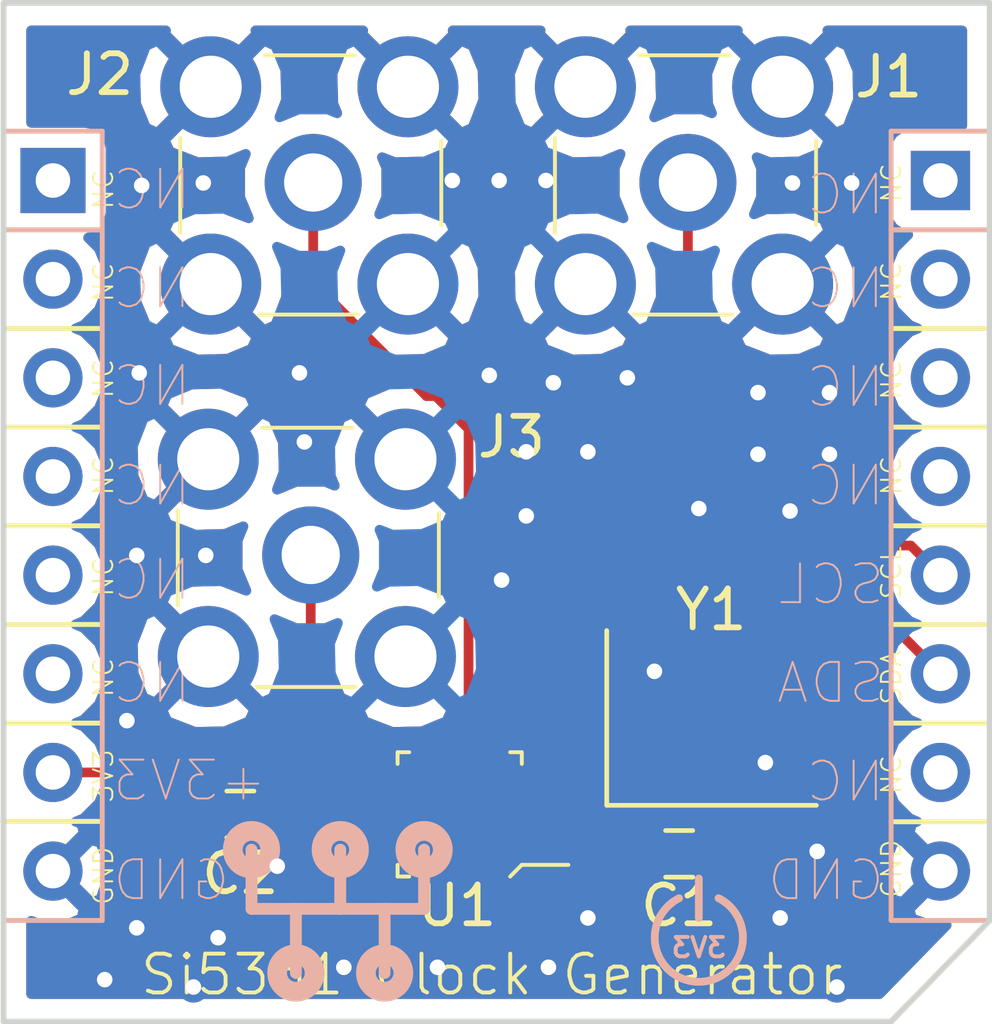
<source format=kicad_pcb>
(kicad_pcb (version 20171130) (host pcbnew "(5.0.1-3-g963ef8bb5)")

  (general
    (thickness 1.6)
    (drawings 9)
    (tracks 104)
    (zones 0)
    (modules 9)
    (nets 21)
  )

  (page A4)
  (layers
    (0 F.Cu signal)
    (31 B.Cu signal)
    (32 B.Adhes user)
    (33 F.Adhes user)
    (34 B.Paste user)
    (35 F.Paste user)
    (36 B.SilkS user)
    (37 F.SilkS user)
    (38 B.Mask user)
    (39 F.Mask user)
    (40 Dwgs.User user)
    (41 Cmts.User user)
    (42 Eco1.User user)
    (43 Eco2.User user)
    (44 Edge.Cuts user)
    (45 Margin user)
    (46 B.CrtYd user)
    (47 F.CrtYd user)
    (48 B.Fab user)
    (49 F.Fab user hide)
  )

  (setup
    (last_trace_width 0.25)
    (trace_clearance 0.2)
    (zone_clearance 0.508)
    (zone_45_only no)
    (trace_min 0.2)
    (segment_width 0.2)
    (edge_width 0.15)
    (via_size 0.8)
    (via_drill 0.4)
    (via_min_size 0.4)
    (via_min_drill 0.3)
    (uvia_size 0.3)
    (uvia_drill 0.1)
    (uvias_allowed no)
    (uvia_min_size 0.2)
    (uvia_min_drill 0.1)
    (pcb_text_width 0.3)
    (pcb_text_size 1.5 1.5)
    (mod_edge_width 0.15)
    (mod_text_size 1 1)
    (mod_text_width 0.15)
    (pad_size 1.524 1.524)
    (pad_drill 0.762)
    (pad_to_mask_clearance 0.051)
    (solder_mask_min_width 0.25)
    (aux_axis_origin 0 0)
    (visible_elements FFFFFF6B)
    (pcbplotparams
      (layerselection 0x010fc_ffffffff)
      (usegerberextensions true)
      (usegerberattributes false)
      (usegerberadvancedattributes false)
      (creategerberjobfile false)
      (excludeedgelayer true)
      (linewidth 0.100000)
      (plotframeref false)
      (viasonmask false)
      (mode 1)
      (useauxorigin false)
      (hpglpennumber 1)
      (hpglpenspeed 20)
      (hpglpendiameter 15.000000)
      (psnegative false)
      (psa4output false)
      (plotreference true)
      (plotvalue true)
      (plotinvisibletext false)
      (padsonsilk false)
      (subtractmaskfromsilk false)
      (outputformat 1)
      (mirror false)
      (drillshape 0)
      (scaleselection 1)
      (outputdirectory "gerbers"))
  )

  (net 0 "")
  (net 1 "Net-(CON101-PadP3)")
  (net 2 "Net-(CON101-PadP4)")
  (net 3 "Net-(CON101-PadP5)")
  (net 4 "Net-(CON101-PadP6)")
  (net 5 +3V3)
  (net 6 GND)
  (net 7 "Net-(CON101-PadP13)")
  (net 8 "Net-(CON101-PadP14)")
  (net 9 "Net-(CON101-PadP1)")
  (net 10 "Net-(CON101-PadP2)")
  (net 11 "Net-(CON101-PadP15)")
  (net 12 "Net-(CON101-PadP16)")
  (net 13 "Net-(CON101-PadP10)")
  (net 14 /SDA)
  (net 15 /SCL)
  (net 16 "Net-(J1-Pad2)")
  (net 17 "Net-(J2-Pad2)")
  (net 18 "Net-(J3-Pad2)")
  (net 19 "Net-(U1-Pad2)")
  (net 20 "Net-(U1-Pad3)")

  (net_class Default "This is the default net class."
    (clearance 0.2)
    (trace_width 0.25)
    (via_dia 0.8)
    (via_drill 0.4)
    (uvia_dia 0.3)
    (uvia_drill 0.1)
    (add_net +3V3)
    (add_net /SCL)
    (add_net /SDA)
    (add_net GND)
    (add_net "Net-(CON101-PadP1)")
    (add_net "Net-(CON101-PadP10)")
    (add_net "Net-(CON101-PadP13)")
    (add_net "Net-(CON101-PadP14)")
    (add_net "Net-(CON101-PadP15)")
    (add_net "Net-(CON101-PadP16)")
    (add_net "Net-(CON101-PadP2)")
    (add_net "Net-(CON101-PadP3)")
    (add_net "Net-(CON101-PadP4)")
    (add_net "Net-(CON101-PadP5)")
    (add_net "Net-(CON101-PadP6)")
    (add_net "Net-(J1-Pad2)")
    (add_net "Net-(J2-Pad2)")
    (add_net "Net-(J3-Pad2)")
    (add_net "Net-(U1-Pad2)")
    (add_net "Net-(U1-Pad3)")
  )

  (module Capacitors_SMD:C_0603_HandSoldering (layer F.Cu) (tedit 58AA848B) (tstamp 5C64C1AD)
    (at 166.3725 99.8855 180)
    (descr "Capacitor SMD 0603, hand soldering")
    (tags "capacitor 0603")
    (path /5C649DAC)
    (attr smd)
    (fp_text reference C2 (at 0.0025 -1.524 180) (layer F.SilkS)
      (effects (font (size 1 1) (thickness 0.15)))
    )
    (fp_text value 0.1u (at 0 1.5 180) (layer F.Fab)
      (effects (font (size 1 1) (thickness 0.15)))
    )
    (fp_text user %R (at 0 -1.25 180) (layer F.Fab)
      (effects (font (size 1 1) (thickness 0.15)))
    )
    (fp_line (start -0.8 0.4) (end -0.8 -0.4) (layer F.Fab) (width 0.1))
    (fp_line (start 0.8 0.4) (end -0.8 0.4) (layer F.Fab) (width 0.1))
    (fp_line (start 0.8 -0.4) (end 0.8 0.4) (layer F.Fab) (width 0.1))
    (fp_line (start -0.8 -0.4) (end 0.8 -0.4) (layer F.Fab) (width 0.1))
    (fp_line (start -0.35 -0.6) (end 0.35 -0.6) (layer F.SilkS) (width 0.12))
    (fp_line (start 0.35 0.6) (end -0.35 0.6) (layer F.SilkS) (width 0.12))
    (fp_line (start -1.8 -0.65) (end 1.8 -0.65) (layer F.CrtYd) (width 0.05))
    (fp_line (start -1.8 -0.65) (end -1.8 0.65) (layer F.CrtYd) (width 0.05))
    (fp_line (start 1.8 0.65) (end 1.8 -0.65) (layer F.CrtYd) (width 0.05))
    (fp_line (start 1.8 0.65) (end -1.8 0.65) (layer F.CrtYd) (width 0.05))
    (pad 1 smd rect (at -0.95 0 180) (size 1.2 0.75) (layers F.Cu F.Paste F.Mask)
      (net 6 GND))
    (pad 2 smd rect (at 0.95 0 180) (size 1.2 0.75) (layers F.Cu F.Paste F.Mask)
      (net 5 +3V3))
    (model Capacitors_SMD.3dshapes/C_0603.wrl
      (at (xyz 0 0 0))
      (scale (xyz 1 1 1))
      (rotate (xyz 0 0 0))
    )
    (model ${KISYS3DMOD}/Capacitor_SMD.3dshapes/C_0603_1608Metric.step
      (at (xyz 0 0 0))
      (scale (xyz 1 1 1))
      (rotate (xyz 0 0 0))
    )
  )

  (module Capacitors_SMD:C_0603_HandSoldering (layer F.Cu) (tedit 58AA848B) (tstamp 5C64C19C)
    (at 177.6755 100.9015)
    (descr "Capacitor SMD 0603, hand soldering")
    (tags "capacitor 0603")
    (path /5C649CAA)
    (attr smd)
    (fp_text reference C1 (at -0.0025 1.3335) (layer F.SilkS)
      (effects (font (size 1 1) (thickness 0.15)))
    )
    (fp_text value 0.1u (at 0 1.5) (layer F.Fab)
      (effects (font (size 1 1) (thickness 0.15)))
    )
    (fp_line (start 1.8 0.65) (end -1.8 0.65) (layer F.CrtYd) (width 0.05))
    (fp_line (start 1.8 0.65) (end 1.8 -0.65) (layer F.CrtYd) (width 0.05))
    (fp_line (start -1.8 -0.65) (end -1.8 0.65) (layer F.CrtYd) (width 0.05))
    (fp_line (start -1.8 -0.65) (end 1.8 -0.65) (layer F.CrtYd) (width 0.05))
    (fp_line (start 0.35 0.6) (end -0.35 0.6) (layer F.SilkS) (width 0.12))
    (fp_line (start -0.35 -0.6) (end 0.35 -0.6) (layer F.SilkS) (width 0.12))
    (fp_line (start -0.8 -0.4) (end 0.8 -0.4) (layer F.Fab) (width 0.1))
    (fp_line (start 0.8 -0.4) (end 0.8 0.4) (layer F.Fab) (width 0.1))
    (fp_line (start 0.8 0.4) (end -0.8 0.4) (layer F.Fab) (width 0.1))
    (fp_line (start -0.8 0.4) (end -0.8 -0.4) (layer F.Fab) (width 0.1))
    (fp_text user %R (at 0 -1.25) (layer F.Fab)
      (effects (font (size 1 1) (thickness 0.15)))
    )
    (pad 2 smd rect (at 0.95 0) (size 1.2 0.75) (layers F.Cu F.Paste F.Mask)
      (net 6 GND))
    (pad 1 smd rect (at -0.95 0) (size 1.2 0.75) (layers F.Cu F.Paste F.Mask)
      (net 5 +3V3))
    (model ${KISYS3DMOD}/Capacitor_SMD.3dshapes/C_0603_1608Metric.step
      (at (xyz 0 0 0))
      (scale (xyz 1 1 1))
      (rotate (xyz 0 0 0))
    )
  )

  (module Crystals:Crystal_SMD_3225-4pin_3.2x2.5mm_HandSoldering (layer F.Cu) (tedit 58CD2E9C) (tstamp 5C64C18B)
    (at 178.509 97.402)
    (descr "SMD Crystal SERIES SMD3225/4 http://www.txccrystal.com/images/pdf/7m-accuracy.pdf, hand-soldering, 3.2x2.5mm^2 package")
    (tags "SMD SMT crystal hand-soldering")
    (path /5C64ABCF)
    (attr smd)
    (fp_text reference Y1 (at -0.0105 -2.787) (layer F.SilkS)
      (effects (font (size 1 1) (thickness 0.15)))
    )
    (fp_text value "27 MHz" (at 0 3.05) (layer F.Fab)
      (effects (font (size 1 1) (thickness 0.15)))
    )
    (fp_line (start 2.8 -2.3) (end -2.8 -2.3) (layer F.CrtYd) (width 0.05))
    (fp_line (start 2.8 2.3) (end 2.8 -2.3) (layer F.CrtYd) (width 0.05))
    (fp_line (start -2.8 2.3) (end 2.8 2.3) (layer F.CrtYd) (width 0.05))
    (fp_line (start -2.8 -2.3) (end -2.8 2.3) (layer F.CrtYd) (width 0.05))
    (fp_line (start -2.7 2.25) (end 2.7 2.25) (layer F.SilkS) (width 0.12))
    (fp_line (start -2.7 -2.25) (end -2.7 2.25) (layer F.SilkS) (width 0.12))
    (fp_line (start -1.6 0.25) (end -0.6 1.25) (layer F.Fab) (width 0.1))
    (fp_line (start 1.6 -1.25) (end -1.6 -1.25) (layer F.Fab) (width 0.1))
    (fp_line (start 1.6 1.25) (end 1.6 -1.25) (layer F.Fab) (width 0.1))
    (fp_line (start -1.6 1.25) (end 1.6 1.25) (layer F.Fab) (width 0.1))
    (fp_line (start -1.6 -1.25) (end -1.6 1.25) (layer F.Fab) (width 0.1))
    (fp_text user %R (at 0 0) (layer F.Fab)
      (effects (font (size 0.7 0.7) (thickness 0.105)))
    )
    (pad 4 smd rect (at -1.45 -1.15) (size 2.1 1.8) (layers F.Cu F.Paste F.Mask)
      (net 6 GND))
    (pad 3 smd rect (at 1.45 -1.15) (size 2.1 1.8) (layers F.Cu F.Paste F.Mask)
      (net 20 "Net-(U1-Pad3)"))
    (pad 2 smd rect (at 1.45 1.15) (size 2.1 1.8) (layers F.Cu F.Paste F.Mask)
      (net 6 GND))
    (pad 1 smd rect (at -1.45 1.15) (size 2.1 1.8) (layers F.Cu F.Paste F.Mask)
      (net 19 "Net-(U1-Pad2)"))
    (model ${KISYS3DMOD}/Crystals.3dshapes/Crystal_SMD_3225-4pin_3.2x2.5mm_HandSoldering.wrl
      (at (xyz 0 0 0))
      (scale (xyz 1 1 1))
      (rotate (xyz 0 0 0))
    )
    (model ${KISYS3DMOD}/Crystal.3dshapes/Crystal_SMD_3225-4Pin_3.2x2.5mm_HandSoldering.step
      (at (xyz 0 0 0))
      (scale (xyz 1 1 1))
      (rotate (xyz 0 0 0))
    )
  )

  (module digikey-footprints:MSOP-10_W3mm (layer F.Cu) (tedit 596E4A9E) (tstamp 5C64C39A)
    (at 172.0215 99.8855 90)
    (path /5C6497BA)
    (fp_text reference U1 (at -2.3495 -0.0635 180) (layer F.SilkS)
      (effects (font (size 1 1) (thickness 0.15)))
    )
    (fp_text value SI5351A-B-GT (at 0 4.8 90) (layer F.Fab)
      (effects (font (size 1 1) (thickness 0.15)))
    )
    (fp_text user REF** (at 0 0 90) (layer F.Fab)
      (effects (font (size 0.5 0.5) (thickness 0.05)))
    )
    (fp_line (start -1.6 -1.3) (end -1.6 -1.6) (layer F.SilkS) (width 0.1))
    (fp_line (start -1.6 -1.6) (end -1.3 -1.6) (layer F.SilkS) (width 0.1))
    (fp_line (start 1.3 -1.6) (end 1.6 -1.6) (layer F.SilkS) (width 0.1))
    (fp_line (start 1.6 -1.6) (end 1.6 -1.3) (layer F.SilkS) (width 0.1))
    (fp_line (start 1.6 1.3) (end 1.6 1.6) (layer F.SilkS) (width 0.1))
    (fp_line (start 1.6 1.6) (end 1.3 1.6) (layer F.SilkS) (width 0.1))
    (fp_line (start -1.6 1.3) (end -1.3 1.6) (layer F.SilkS) (width 0.1))
    (fp_line (start -1.3 1.6) (end -1.3 2.8) (layer F.SilkS) (width 0.1))
    (fp_line (start 1.75 -3.18) (end 1.75 3.18) (layer F.CrtYd) (width 0.05))
    (fp_line (start -1.75 3.18) (end -1.75 -3.18) (layer F.CrtYd) (width 0.05))
    (fp_line (start -1.75 3.18) (end 1.75 3.18) (layer F.CrtYd) (width 0.05))
    (fp_line (start -1.75 -3.18) (end 1.75 -3.18) (layer F.CrtYd) (width 0.05))
    (fp_line (start -1.1 1.45) (end 1.45 1.45) (layer F.Fab) (width 0.1))
    (fp_line (start -1.45 -1.45) (end -1.45 1.1) (layer F.Fab) (width 0.1))
    (fp_line (start -1.45 1.1) (end -1.1 1.45) (layer F.Fab) (width 0.1))
    (fp_line (start -1.45 -1.45) (end 1.45 -1.45) (layer F.Fab) (width 0.1))
    (fp_line (start 1.45 -1.45) (end 1.45 1.45) (layer F.Fab) (width 0.1))
    (pad 1 smd rect (at -1 2.2 90) (size 0.3 1.45) (layers F.Cu F.Paste F.Mask)
      (net 5 +3V3) (solder_mask_margin 0.05))
    (pad 6 smd rect (at 1 -2.2 90) (size 0.3 1.45) (layers F.Cu F.Paste F.Mask)
      (net 18 "Net-(J3-Pad2)") (solder_mask_margin 0.05))
    (pad 2 smd rect (at -0.5 2.2 90) (size 0.3 1.45) (layers F.Cu F.Paste F.Mask)
      (net 19 "Net-(U1-Pad2)") (solder_mask_margin 0.05))
    (pad 3 smd rect (at 0 2.2 90) (size 0.3 1.45) (layers F.Cu F.Paste F.Mask)
      (net 20 "Net-(U1-Pad3)") (solder_mask_margin 0.05))
    (pad 4 smd rect (at 0.5 2.2 90) (size 0.3 1.45) (layers F.Cu F.Paste F.Mask)
      (net 15 /SCL) (solder_mask_margin 0.05))
    (pad 5 smd rect (at 1 2.2 90) (size 0.3 1.45) (layers F.Cu F.Paste F.Mask)
      (net 14 /SDA) (solder_mask_margin 0.05))
    (pad 7 smd rect (at 0.5 -2.2 90) (size 0.3 1.45) (layers F.Cu F.Paste F.Mask)
      (net 5 +3V3) (solder_mask_margin 0.05))
    (pad 8 smd rect (at 0 -2.2 90) (size 0.3 1.45) (layers F.Cu F.Paste F.Mask)
      (net 6 GND) (solder_mask_margin 0.05))
    (pad 9 smd rect (at -0.5 -2.2 90) (size 0.3 1.45) (layers F.Cu F.Paste F.Mask)
      (net 17 "Net-(J2-Pad2)") (solder_mask_margin 0.05))
    (pad 10 smd rect (at -1 -2.2 90) (size 0.3 1.45) (layers F.Cu F.Paste F.Mask)
      (net 16 "Net-(J1-Pad2)") (solder_mask_margin 0.05))
    (model ${KISYS3DMOD}/Package_SO.3dshapes/MSOP-10_3x3mm_P0.5mm.step
      (at (xyz 0 0 0))
      (scale (xyz 1 1 1))
      (rotate (xyz 0 0 90))
    )
  )

  (module digikey-footprints:RF_SMA_Vertical_5-1814832-1 (layer F.Cu) (tedit 59CD3347) (tstamp 5C64C157)
    (at 168.0845 93.2815)
    (path /5C653DF0)
    (fp_text reference J3 (at 5.2705 -3.1115) (layer F.SilkS)
      (effects (font (size 1 1) (thickness 0.15)))
    )
    (fp_text value 5-1814832-1 (at 0.1 4.775) (layer F.Fab)
      (effects (font (size 1 1) (thickness 0.15)))
    )
    (fp_line (start -1.3 3.325) (end 1.25 3.325) (layer F.SilkS) (width 0.1))
    (fp_line (start -3.325 1.225) (end -3.325 -1.225) (layer F.SilkS) (width 0.1))
    (fp_line (start 3.4 -1.15) (end 3.4 1.025) (layer F.SilkS) (width 0.1))
    (fp_line (start -1.15 -3.35) (end 1.175 -3.35) (layer F.SilkS) (width 0.1))
    (fp_line (start -4.1 4.1) (end -4.1 -4.1) (layer F.CrtYd) (width 0.05))
    (fp_line (start 4.1 4.1) (end -4.1 4.1) (layer F.CrtYd) (width 0.05))
    (fp_line (start 4.1 -4.1) (end 4.1 4.1) (layer F.CrtYd) (width 0.05))
    (fp_line (start -4.1 -4.1) (end 4.1 -4.1) (layer F.CrtYd) (width 0.05))
    (fp_line (start -3.2 3.2) (end -3.2 -3.2) (layer F.Fab) (width 0.1))
    (fp_line (start 3.2 3.2) (end -3.2 3.2) (layer F.Fab) (width 0.1))
    (fp_line (start 3.2 -3.2) (end 3.2 3.2) (layer F.Fab) (width 0.1))
    (fp_line (start -3.2 -3.2) (end 3.2 -3.2) (layer F.Fab) (width 0.1))
    (pad 2 thru_hole circle (at 0.1 -0.075) (size 2.5 2.5) (drill 1.5) (layers *.Cu *.Mask)
      (net 18 "Net-(J3-Pad2)"))
    (pad 1 thru_hole circle (at -2.54 -2.54) (size 2.6 2.6) (drill 1.6) (layers *.Cu *.Mask)
      (net 6 GND))
    (pad 1 thru_hole circle (at 2.54 -2.54) (size 2.6 2.6) (drill 1.6) (layers *.Cu *.Mask)
      (net 6 GND))
    (pad 1 thru_hole circle (at 2.54 2.54) (size 2.6 2.6) (drill 1.6) (layers *.Cu *.Mask)
      (net 6 GND))
    (pad 1 thru_hole circle (at -2.54 2.54) (size 2.6 2.6) (drill 1.6) (layers *.Cu *.Mask)
      (net 6 GND))
    (model ${KISYS3DMOD}/Connector_Coaxial.3dshapes/SMA_Amphenol_132291_Vertical.step
      (at (xyz 0 0 0))
      (scale (xyz 1 1 0.3))
      (rotate (xyz 0 0 0))
    )
  )

  (module digikey-footprints:RF_SMA_Vertical_5-1814832-1 (layer F.Cu) (tedit 59CD3347) (tstamp 5C650E95)
    (at 168.148 83.693)
    (path /5C653C4C)
    (fp_text reference J2 (at -5.3975 -2.8575) (layer F.SilkS)
      (effects (font (size 1 1) (thickness 0.15)))
    )
    (fp_text value 5-1814832-1 (at 0.1 4.775) (layer F.Fab)
      (effects (font (size 1 1) (thickness 0.15)))
    )
    (fp_line (start -3.2 -3.2) (end 3.2 -3.2) (layer F.Fab) (width 0.1))
    (fp_line (start 3.2 -3.2) (end 3.2 3.2) (layer F.Fab) (width 0.1))
    (fp_line (start 3.2 3.2) (end -3.2 3.2) (layer F.Fab) (width 0.1))
    (fp_line (start -3.2 3.2) (end -3.2 -3.2) (layer F.Fab) (width 0.1))
    (fp_line (start -4.1 -4.1) (end 4.1 -4.1) (layer F.CrtYd) (width 0.05))
    (fp_line (start 4.1 -4.1) (end 4.1 4.1) (layer F.CrtYd) (width 0.05))
    (fp_line (start 4.1 4.1) (end -4.1 4.1) (layer F.CrtYd) (width 0.05))
    (fp_line (start -4.1 4.1) (end -4.1 -4.1) (layer F.CrtYd) (width 0.05))
    (fp_line (start -1.15 -3.35) (end 1.175 -3.35) (layer F.SilkS) (width 0.1))
    (fp_line (start 3.4 -1.15) (end 3.4 1.025) (layer F.SilkS) (width 0.1))
    (fp_line (start -3.325 1.225) (end -3.325 -1.225) (layer F.SilkS) (width 0.1))
    (fp_line (start -1.3 3.325) (end 1.25 3.325) (layer F.SilkS) (width 0.1))
    (pad 1 thru_hole circle (at -2.54 2.54) (size 2.6 2.6) (drill 1.6) (layers *.Cu *.Mask)
      (net 6 GND))
    (pad 1 thru_hole circle (at 2.54 2.54) (size 2.6 2.6) (drill 1.6) (layers *.Cu *.Mask)
      (net 6 GND))
    (pad 1 thru_hole circle (at 2.54 -2.54) (size 2.6 2.6) (drill 1.6) (layers *.Cu *.Mask)
      (net 6 GND))
    (pad 1 thru_hole circle (at -2.54 -2.54) (size 2.6 2.6) (drill 1.6) (layers *.Cu *.Mask)
      (net 6 GND))
    (pad 2 thru_hole circle (at 0.1 -0.075) (size 2.5 2.5) (drill 1.5) (layers *.Cu *.Mask)
      (net 17 "Net-(J2-Pad2)"))
    (model ${KISYS3DMOD}/Connector_Coaxial.3dshapes/SMA_Amphenol_132291_Vertical.step
      (at (xyz 0 0 0))
      (scale (xyz 1 1 0.3))
      (rotate (xyz 0 0 0))
    )
  )

  (module digikey-footprints:RF_SMA_Vertical_5-1814832-1 (layer F.Cu) (tedit 59CD3347) (tstamp 5C650E59)
    (at 177.8 83.693)
    (path /5C653AA3)
    (fp_text reference J1 (at 5.2705 -2.794) (layer F.SilkS)
      (effects (font (size 1 1) (thickness 0.15)))
    )
    (fp_text value 5-1814832-1 (at 0.1 4.775) (layer F.Fab)
      (effects (font (size 1 1) (thickness 0.15)))
    )
    (fp_line (start -1.3 3.325) (end 1.25 3.325) (layer F.SilkS) (width 0.1))
    (fp_line (start -3.325 1.225) (end -3.325 -1.225) (layer F.SilkS) (width 0.1))
    (fp_line (start 3.4 -1.15) (end 3.4 1.025) (layer F.SilkS) (width 0.1))
    (fp_line (start -1.15 -3.35) (end 1.175 -3.35) (layer F.SilkS) (width 0.1))
    (fp_line (start -4.1 4.1) (end -4.1 -4.1) (layer F.CrtYd) (width 0.05))
    (fp_line (start 4.1 4.1) (end -4.1 4.1) (layer F.CrtYd) (width 0.05))
    (fp_line (start 4.1 -4.1) (end 4.1 4.1) (layer F.CrtYd) (width 0.05))
    (fp_line (start -4.1 -4.1) (end 4.1 -4.1) (layer F.CrtYd) (width 0.05))
    (fp_line (start -3.2 3.2) (end -3.2 -3.2) (layer F.Fab) (width 0.1))
    (fp_line (start 3.2 3.2) (end -3.2 3.2) (layer F.Fab) (width 0.1))
    (fp_line (start 3.2 -3.2) (end 3.2 3.2) (layer F.Fab) (width 0.1))
    (fp_line (start -3.2 -3.2) (end 3.2 -3.2) (layer F.Fab) (width 0.1))
    (pad 2 thru_hole circle (at 0.1 -0.075) (size 2.5 2.5) (drill 1.5) (layers *.Cu *.Mask)
      (net 16 "Net-(J1-Pad2)"))
    (pad 1 thru_hole circle (at -2.54 -2.54) (size 2.6 2.6) (drill 1.6) (layers *.Cu *.Mask)
      (net 6 GND))
    (pad 1 thru_hole circle (at 2.54 -2.54) (size 2.6 2.6) (drill 1.6) (layers *.Cu *.Mask)
      (net 6 GND))
    (pad 1 thru_hole circle (at 2.54 2.54) (size 2.6 2.6) (drill 1.6) (layers *.Cu *.Mask)
      (net 6 GND))
    (pad 1 thru_hole circle (at -2.54 2.54) (size 2.6 2.6) (drill 1.6) (layers *.Cu *.Mask)
      (net 6 GND))
    (model ${KISYS3DMOD}/Connector_Coaxial.3dshapes/SMA_Amphenol_132291_Vertical.step
      (at (xyz 0 0 0))
      (scale (xyz 1 1 0.3))
      (rotate (xyz 0 0 0))
    )
  )

  (module mikroBUS:MIKROBUS_MODULE_CONN (layer F.Cu) (tedit 5C6454E4) (tstamp 5C653BD8)
    (at 161.544 83.566)
    (tags mikrobus)
    (path /5C620177)
    (fp_text reference CON101 (at 9.906 -0.254) (layer F.Fab)
      (effects (font (size 1 0.9) (thickness 0.05)))
    )
    (fp_text value MIKROBUS_MODULE_CONN (at 11.8 18) (layer F.SilkS) hide
      (effects (font (size 4 3.5) (thickness 0.15)))
    )
    (fp_line (start 21.59 1.27) (end 24.13 1.27) (layer F.SilkS) (width 0.127))
    (fp_line (start -1.27 1.27) (end 1.27 1.27) (layer F.SilkS) (width 0.127))
    (fp_line (start 24.13 19.05) (end 21.6 21.64) (layer F.Fab) (width 0.127))
    (fp_text user NC (at 1.3 0.235 90) (layer F.SilkS)
      (effects (font (size 0.5 0.5) (thickness 0.05)))
    )
    (fp_text user NC (at 1.3 2.623639 90) (layer F.SilkS)
      (effects (font (size 0.5 0.5) (thickness 0.05)))
    )
    (fp_text user NC (at 1.3 5.1 90) (layer F.SilkS)
      (effects (font (size 0.5 0.5) (thickness 0.05)))
    )
    (fp_text user NC (at 1.3 7.6 90) (layer F.SilkS)
      (effects (font (size 0.5 0.5) (thickness 0.05)))
    )
    (fp_text user NC (at 1.3 10.206221 90) (layer F.SilkS)
      (effects (font (size 0.5 0.5) (thickness 0.05)))
    )
    (fp_text user NC (at 1.3 12.797241 90) (layer F.SilkS)
      (effects (font (size 0.5 0.5) (thickness 0.05)))
    )
    (fp_text user 3V3 (at 1.3 15.328737 90) (layer F.SilkS)
      (effects (font (size 0.5 0.5) (thickness 0.05)))
    )
    (fp_text user GND (at 1.3 17.9 90) (layer F.SilkS)
      (effects (font (size 0.5 0.5) (thickness 0.05)))
    )
    (fp_text user GND (at 21.597534 17.715 90) (layer F.SilkS)
      (effects (font (size 0.5 0.5) (thickness 0.05)))
    )
    (fp_text user NC (at 21.597534 15.3 90) (layer F.SilkS)
      (effects (font (size 0.5 0.5) (thickness 0.05)))
    )
    (fp_text user SDA (at 21.597534 12.8 90) (layer F.SilkS)
      (effects (font (size 0.5 0.5) (thickness 0.05)))
    )
    (fp_text user SCL (at 21.597534 10.1 90) (layer F.SilkS)
      (effects (font (size 0.5 0.5) (thickness 0.05)))
    )
    (fp_text user NC (at 21.597534 7.6 90) (layer F.SilkS)
      (effects (font (size 0.5 0.5) (thickness 0.05)))
    )
    (fp_text user NC (at 21.597534 5.141427 90) (layer F.SilkS)
      (effects (font (size 0.5 0.5) (thickness 0.05)))
    )
    (fp_text user NC (at 21.597534 2.6 90) (layer F.SilkS)
      (effects (font (size 0.5 0.5) (thickness 0.05)))
    )
    (fp_text user NC (at 21.597534 0.062 90) (layer F.SilkS)
      (effects (font (size 0.5 0.5) (thickness 0.05)))
    )
    (fp_text user NC (at 2.548191 0.235) (layer B.SilkS)
      (effects (font (size 1 1) (thickness 0.05)) (justify mirror))
    )
    (fp_text user NC (at 2.548191 2.775) (layer B.SilkS)
      (effects (font (size 1 1) (thickness 0.05)) (justify mirror))
    )
    (fp_text user NC (at 2.548191 5.2896) (layer B.SilkS)
      (effects (font (size 1 1) (thickness 0.05)) (justify mirror))
    )
    (fp_text user NC (at 2.548191 7.855) (layer B.SilkS)
      (effects (font (size 1 1) (thickness 0.05)) (justify mirror))
    )
    (fp_text user NC (at 2.548191 10.28) (layer B.SilkS)
      (effects (font (size 1 1) (thickness 0.05)) (justify mirror))
    )
    (fp_text user NC (at 2.548191 12.935) (layer B.SilkS)
      (effects (font (size 1 1) (thickness 0.05)) (justify mirror))
    )
    (fp_text user +3V3 (at 3.524382 15.4496) (layer B.SilkS)
      (effects (font (size 1 1) (thickness 0.05)) (justify mirror))
    )
    (fp_text user GND (at 3.048191 18.015) (layer B.SilkS)
      (effects (font (size 1 1) (thickness 0.05)) (justify mirror))
    )
    (fp_text user GND (at 19.910514 18.015) (layer B.SilkS)
      (effects (font (size 1 1) (thickness 0.05)) (justify mirror))
    )
    (fp_text user NC (at 20.410514 15.475) (layer B.SilkS)
      (effects (font (size 1 1) (thickness 0.05)) (justify mirror))
    )
    (fp_text user SDA (at 20.029562 12.935) (layer B.SilkS)
      (effects (font (size 1 1) (thickness 0.05)) (justify mirror))
    )
    (fp_text user SCL (at 20.053371 10.395) (layer B.SilkS)
      (effects (font (size 1 1) (thickness 0.05)) (justify mirror))
    )
    (fp_text user NC (at 20.410514 7.855) (layer B.SilkS)
      (effects (font (size 1 1) (thickness 0.05)) (justify mirror))
    )
    (fp_text user NC (at 20.410514 5.315) (layer B.SilkS)
      (effects (font (size 1 1) (thickness 0.05)) (justify mirror))
    )
    (fp_text user NC (at 20.410514 2.775) (layer B.SilkS)
      (effects (font (size 1 1) (thickness 0.05)) (justify mirror))
    )
    (fp_text user NC (at 20.410514 0.362) (layer B.SilkS)
      (effects (font (size 1 1) (thickness 0.05)) (justify mirror))
    )
    (fp_line (start 24.13 19.05) (end 21.59 21.64) (layer B.SilkS) (width 0.127))
    (fp_line (start -1.27 1.27) (end 1.27 1.27) (layer B.SilkS) (width 0.127))
    (fp_line (start 21.59 -1.27) (end 24.13 -1.27) (layer B.SilkS) (width 0.127))
    (fp_line (start 21.59 19.05) (end 24.13 19.05) (layer B.SilkS) (width 0.127))
    (fp_line (start 21.59 1.27) (end 21.59 19.05) (layer B.SilkS) (width 0.127))
    (fp_line (start 21.59 -1.27) (end 21.59 1.27) (layer B.SilkS) (width 0.127))
    (fp_line (start 24.13 -1.27) (end 24.13 19.05) (layer B.SilkS) (width 0.127))
    (fp_line (start 21.59 1.27) (end 24.13 1.27) (layer B.SilkS) (width 0.127))
    (fp_line (start 1.27 -1.27) (end -1.27 -1.27) (layer B.SilkS) (width 0.127))
    (fp_line (start 1.27 1.27) (end 1.27 -1.27) (layer B.SilkS) (width 0.127))
    (fp_line (start 1.27 19.05) (end 1.27 1.27) (layer B.SilkS) (width 0.127))
    (fp_line (start -1.27 19.05) (end 1.27 19.05) (layer B.SilkS) (width 0.127))
    (fp_line (start -1.27 1.27) (end -1.27 19.05) (layer B.SilkS) (width 0.127))
    (fp_line (start -1.27 -1.27) (end -1.27 1.27) (layer B.SilkS) (width 0.127))
    (fp_line (start -1.27 3.81) (end 1.27 3.81) (layer F.SilkS) (width 0.127))
    (fp_line (start -1.27 6.35) (end 1.27 6.35) (layer F.SilkS) (width 0.127))
    (fp_line (start -1.27 8.89) (end 1.27 8.89) (layer F.SilkS) (width 0.127))
    (fp_line (start -1.27 11.43) (end 1.27 11.43) (layer F.SilkS) (width 0.127))
    (fp_line (start -1.27 13.97) (end 1.27 13.97) (layer F.SilkS) (width 0.127))
    (fp_line (start -1.3 16.5) (end 1.24 16.5) (layer F.SilkS) (width 0.127))
    (fp_line (start 21.59 3.81) (end 24.13 3.81) (layer F.SilkS) (width 0.127))
    (fp_line (start 21.59 6.35) (end 24.13 6.35) (layer F.SilkS) (width 0.127))
    (fp_line (start 21.59 8.89) (end 24.13 8.89) (layer F.SilkS) (width 0.127))
    (fp_line (start 21.59 11.43) (end 24.13 11.43) (layer F.SilkS) (width 0.127))
    (fp_line (start 21.59 13.97) (end 24.13 13.97) (layer F.SilkS) (width 0.127))
    (fp_line (start 21.59 16.51) (end 24.13 16.51) (layer F.SilkS) (width 0.127))
    (pad P1 thru_hole rect (at 0 0) (size 1.6764 1.6764) (drill 0.889) (layers *.Cu *.Mask)
      (net 9 "Net-(CON101-PadP1)"))
    (pad P2 thru_hole circle (at 0 2.54) (size 1.524 1.524) (drill 0.889) (layers *.Cu *.Mask)
      (net 10 "Net-(CON101-PadP2)"))
    (pad P3 thru_hole circle (at 0 5.08) (size 1.524 1.524) (drill 0.889) (layers *.Cu *.Mask)
      (net 1 "Net-(CON101-PadP3)"))
    (pad P4 thru_hole circle (at 0 7.62) (size 1.524 1.524) (drill 0.889) (layers *.Cu *.Mask)
      (net 2 "Net-(CON101-PadP4)"))
    (pad P5 thru_hole circle (at 0 10.16) (size 1.524 1.524) (drill 0.889) (layers *.Cu *.Mask)
      (net 3 "Net-(CON101-PadP5)"))
    (pad P6 thru_hole circle (at 0 12.7) (size 1.524 1.524) (drill 0.889) (layers *.Cu *.Mask)
      (net 4 "Net-(CON101-PadP6)"))
    (pad P7 thru_hole circle (at 0 15.24) (size 1.524 1.524) (drill 0.889) (layers *.Cu *.Mask)
      (net 5 +3V3))
    (pad P8 thru_hole circle (at 0 17.78) (size 1.524 1.524) (drill 0.889) (layers *.Cu *.Mask)
      (net 6 GND))
    (pad P9 thru_hole circle (at 22.86 17.78) (size 1.524 1.524) (drill 0.889) (layers *.Cu *.Mask)
      (net 6 GND))
    (pad P10 thru_hole circle (at 22.86 15.24) (size 1.524 1.524) (drill 0.889) (layers *.Cu *.Mask)
      (net 13 "Net-(CON101-PadP10)"))
    (pad P11 thru_hole circle (at 22.86 12.7) (size 1.524 1.524) (drill 0.889) (layers *.Cu *.Mask)
      (net 14 /SDA))
    (pad P12 thru_hole circle (at 22.86 10.16) (size 1.524 1.524) (drill 0.889) (layers *.Cu *.Mask)
      (net 15 /SCL))
    (pad P13 thru_hole circle (at 22.86 7.62) (size 1.524 1.524) (drill 0.889) (layers *.Cu *.Mask)
      (net 7 "Net-(CON101-PadP13)"))
    (pad P14 thru_hole circle (at 22.86 5.08) (size 1.524 1.524) (drill 0.889) (layers *.Cu *.Mask)
      (net 8 "Net-(CON101-PadP14)"))
    (pad P15 thru_hole circle (at 22.86 2.54) (size 1.524 1.524) (drill 0.889) (layers *.Cu *.Mask)
      (net 11 "Net-(CON101-PadP15)"))
    (pad P16 thru_hole rect (at 22.86 0) (size 1.524 1.524) (drill 0.889) (layers *.Cu *.Mask)
      (net 12 "Net-(CON101-PadP16)"))
  )

  (module mikroBUS:MIKROBUS_LOGO locked (layer B.Cu) (tedit 5C631067) (tstamp 5C631A8B)
    (at 168.91 100.838)
    (tags mikrobus)
    (zone_connect 0)
    (attr virtual)
    (fp_text reference * (at 6.3 -3.9) (layer B.SilkS) hide
      (effects (font (size 1 0.9) (thickness 0.05)) (justify mirror))
    )
    (fp_text value MIKROCLICK_LOGO (at -0.3 -3.9) (layer B.Fab) hide
      (effects (font (size 1 0.9) (thickness 0.05)) (justify mirror))
    )
    (fp_circle (center -1.108 3.1308) (end -0.8794 3.1308) (layer B.SilkS) (width 0.508))
    (fp_circle (center -2.251 -0.0442) (end -2.0224 -0.0442) (layer B.SilkS) (width 0.508))
    (fp_circle (center 0.035 -0.0442) (end 0.2636 -0.0442) (layer B.SilkS) (width 0.508))
    (fp_circle (center 2.194 -0.0442) (end 2.4226 -0.0442) (layer B.SilkS) (width 0.508))
    (fp_circle (center 1.178 3.1308) (end 1.4066 3.1308) (layer B.SilkS) (width 0.508))
    (fp_line (start -1.108 1.4798) (end -1.108 3.1308) (layer B.SilkS) (width 0.3048))
    (fp_line (start 1.178 1.4798) (end 1.178 3.1308) (layer B.SilkS) (width 0.3048))
    (fp_line (start -2.251 1.4798) (end -2.251 -0.0442) (layer B.SilkS) (width 0.3048))
    (fp_line (start 0.035 1.4798) (end 0.035 -0.0442) (layer B.SilkS) (width 0.3048))
    (fp_line (start 2.194 1.4798) (end 2.194 -0.0442) (layer B.SilkS) (width 0.3048))
    (fp_line (start -1.108 1.4798) (end -2.251 1.4798) (layer B.SilkS) (width 0.3048))
    (fp_line (start 0.035 1.4798) (end -1.108 1.4798) (layer B.SilkS) (width 0.3048))
    (fp_line (start 1.178 1.4798) (end 0.035 1.4798) (layer B.SilkS) (width 0.3048))
    (fp_line (start 2.194 1.4798) (end 1.178 1.4798) (layer B.SilkS) (width 0.3048))
  )

  (gr_text "Si5351 Clock Generator" (at 172.847 104.013) (layer F.SilkS) (tstamp 5C631707)
    (effects (font (size 1 1) (thickness 0.1)))
  )
  (gr_text 3V3 (at 178.181 103.3145) (layer B.SilkS) (tstamp 5C652518)
    (effects (font (size 0.5 0.5) (thickness 0.1)) (justify mirror))
  )
  (gr_line (start 178.181 102.5525) (end 178.181 101.5365) (layer B.SilkS) (width 0.2) (tstamp 5C650B46))
  (gr_arc (start 178.181 103.0605) (end 177.673001 102.044501) (angle -306.9) (layer B.SilkS) (width 0.2) (tstamp 5C631A33))
  (gr_line (start 160.274 78.994) (end 160.274 105.2195) (layer Edge.Cuts) (width 0.15))
  (gr_line (start 185.674 78.994) (end 160.274 78.994) (layer Edge.Cuts) (width 0.15) (tstamp 5C650FDC))
  (gr_line (start 185.674 102.616) (end 185.674 78.994) (layer Edge.Cuts) (width 0.15))
  (gr_line (start 183.134 105.2195) (end 185.674 102.616) (layer Edge.Cuts) (width 0.15))
  (gr_line (start 160.274 105.2195) (end 183.134 105.2195) (layer Edge.Cuts) (width 0.15))

  (segment (start 174.2375 100.9015) (end 174.2215 100.8855) (width 0.25) (layer F.Cu) (net 5))
  (segment (start 176.7255 100.9015) (end 174.2375 100.9015) (width 0.25) (layer F.Cu) (net 5))
  (segment (start 165.4225 99.2605) (end 165.4225 99.8855) (width 0.25) (layer F.Cu) (net 5))
  (segment (start 164.968 98.806) (end 165.4225 99.2605) (width 0.25) (layer F.Cu) (net 5))
  (segment (start 176.5005 100.9015) (end 176.7255 100.9015) (width 0.25) (layer F.Cu) (net 5))
  (segment (start 175.8755 101.5265) (end 176.5005 100.9015) (width 0.25) (layer F.Cu) (net 5))
  (segment (start 165.4225 99.8855) (end 165.6475 99.8855) (width 0.25) (layer F.Cu) (net 5))
  (segment (start 168.8465 99.3855) (end 168.267 98.806) (width 0.25) (layer F.Cu) (net 5))
  (segment (start 168.267 98.806) (end 164.592 98.806) (width 0.25) (layer F.Cu) (net 5))
  (segment (start 169.8215 99.3855) (end 168.8465 99.3855) (width 0.25) (layer F.Cu) (net 5))
  (segment (start 164.592 98.806) (end 164.968 98.806) (width 0.25) (layer F.Cu) (net 5))
  (segment (start 161.544 98.806) (end 164.592 98.806) (width 0.25) (layer F.Cu) (net 5))
  (segment (start 174.2215 101.2855) (end 173.0815 102.4255) (width 0.25) (layer F.Cu) (net 5))
  (segment (start 174.2215 100.8855) (end 174.2215 101.2855) (width 0.25) (layer F.Cu) (net 5))
  (segment (start 173.0815 102.4255) (end 166.116 102.4255) (width 0.25) (layer F.Cu) (net 5))
  (segment (start 165.4225 101.732) (end 165.4225 99.8855) (width 0.25) (layer F.Cu) (net 5))
  (segment (start 166.116 102.4255) (end 165.4225 101.732) (width 0.25) (layer F.Cu) (net 5))
  (via (at 177.038 96.2025) (size 0.8) (drill 0.4) (layers F.Cu B.Cu) (net 6))
  (via (at 179.8955 98.552) (size 0.8) (drill 0.4) (layers F.Cu B.Cu) (net 6))
  (via (at 173.736 92.202) (size 0.8) (drill 0.4) (layers F.Cu B.Cu) (net 6))
  (via (at 173.736 90.551) (size 0.8) (drill 0.4) (layers F.Cu B.Cu) (net 6))
  (via (at 175.3235 90.551) (size 0.8) (drill 0.4) (layers F.Cu B.Cu) (net 6))
  (via (at 179.705 90.6145) (size 0.8) (drill 0.4) (layers F.Cu B.Cu) (net 6))
  (via (at 181.5465 90.6145) (size 0.8) (drill 0.4) (layers F.Cu B.Cu) (net 6))
  (via (at 181.5465 89.027) (size 0.8) (drill 0.4) (layers F.Cu B.Cu) (net 6))
  (via (at 179.705 89.027) (size 0.8) (drill 0.4) (layers F.Cu B.Cu) (net 6))
  (via (at 171.831 83.566) (size 0.8) (drill 0.4) (layers F.Cu B.Cu) (net 6))
  (via (at 173.0375 83.566) (size 0.8) (drill 0.4) (layers F.Cu B.Cu) (net 6))
  (via (at 174.244 83.566) (size 0.8) (drill 0.4) (layers F.Cu B.Cu) (net 6))
  (via (at 163.83 83.693) (size 0.8) (drill 0.4) (layers F.Cu B.Cu) (net 6))
  (via (at 165.4175 83.6295) (size 0.8) (drill 0.4) (layers F.Cu B.Cu) (net 6))
  (via (at 180.594 83.6295) (size 0.8) (drill 0.4) (layers F.Cu B.Cu) (net 6))
  (via (at 182.118 83.6295) (size 0.8) (drill 0.4) (layers F.Cu B.Cu) (net 6))
  (via (at 163.7665 88.519) (size 0.8) (drill 0.4) (layers F.Cu B.Cu) (net 6))
  (via (at 167.894 88.519) (size 0.8) (drill 0.4) (layers F.Cu B.Cu) (net 6))
  (via (at 168.021 90.297) (size 0.8) (drill 0.4) (layers F.Cu B.Cu) (net 6))
  (via (at 163.703 93.218) (size 0.8) (drill 0.4) (layers F.Cu B.Cu) (net 6))
  (via (at 165.481 93.218) (size 0.8) (drill 0.4) (layers F.Cu B.Cu) (net 6))
  (via (at 163.449 97.4725) (size 0.8) (drill 0.4) (layers F.Cu B.Cu) (net 6))
  (via (at 169.037 103.8225) (size 0.8) (drill 0.4) (layers F.Cu B.Cu) (net 6))
  (via (at 171.45 103.8225) (size 0.8) (drill 0.4) (layers F.Cu B.Cu) (net 6))
  (via (at 174.3075 103.8225) (size 0.8) (drill 0.4) (layers F.Cu B.Cu) (net 6))
  (segment (start 167.3225 99.8855) (end 169.8215 99.8855) (width 0.25) (layer F.Cu) (net 6))
  (via (at 167.3225 101.219) (size 0.8) (drill 0.4) (layers F.Cu B.Cu) (net 6))
  (via (at 178.181 92.0115) (size 0.8) (drill 0.4) (layers F.Cu B.Cu) (net 6))
  (via (at 180.5305 92.075) (size 0.8) (drill 0.4) (layers F.Cu B.Cu) (net 6))
  (via (at 174.4345 88.773) (size 0.8) (drill 0.4) (layers F.Cu B.Cu) (net 6))
  (via (at 172.7835 88.5825) (size 0.8) (drill 0.4) (layers F.Cu B.Cu) (net 6))
  (via (at 176.3395 88.646) (size 0.8) (drill 0.4) (layers F.Cu B.Cu) (net 6))
  (via (at 162.8775 104.14) (size 0.8) (drill 0.4) (layers F.Cu B.Cu) (net 6))
  (via (at 163.703 102.8065) (size 0.8) (drill 0.4) (layers F.Cu B.Cu) (net 6))
  (via (at 165.1635 104.3305) (size 0.8) (drill 0.4) (layers F.Cu B.Cu) (net 6))
  (via (at 165.7985 103.0605) (size 0.8) (drill 0.4) (layers F.Cu B.Cu) (net 6))
  (via (at 175.3235 102.5525) (size 0.8) (drill 0.4) (layers F.Cu B.Cu) (net 6))
  (via (at 181.737 104.3305) (size 0.8) (drill 0.4) (layers F.Cu B.Cu) (net 6))
  (via (at 180.2765 102.5525) (size 0.8) (drill 0.4) (layers F.Cu B.Cu) (net 6))
  (via (at 181.229 100.838) (size 0.8) (drill 0.4) (layers F.Cu B.Cu) (net 6))
  (via (at 173.101 93.853) (size 0.8) (drill 0.4) (layers F.Cu B.Cu) (net 6))
  (segment (start 182.714988 94.576988) (end 183.642001 95.504001) (width 0.25) (layer F.Cu) (net 14))
  (segment (start 175.562599 94.576988) (end 182.714988 94.576988) (width 0.25) (layer F.Cu) (net 14))
  (segment (start 174.2215 98.8855) (end 174.2215 95.918087) (width 0.25) (layer F.Cu) (net 14))
  (segment (start 183.642001 95.504001) (end 184.404 96.266) (width 0.25) (layer F.Cu) (net 14))
  (segment (start 174.2215 95.918087) (end 175.562599 94.576988) (width 0.25) (layer F.Cu) (net 14))
  (segment (start 183.642001 92.964001) (end 184.404 93.726) (width 0.25) (layer F.Cu) (net 15))
  (segment (start 173.171499 95.87659) (end 176.084088 92.964001) (width 0.25) (layer F.Cu) (net 15))
  (segment (start 176.084088 92.964001) (end 183.642001 92.964001) (width 0.25) (layer F.Cu) (net 15))
  (segment (start 173.171499 99.310499) (end 173.171499 95.87659) (width 0.25) (layer F.Cu) (net 15))
  (segment (start 174.2215 99.3855) (end 173.2465 99.3855) (width 0.25) (layer F.Cu) (net 15))
  (segment (start 173.2465 99.3855) (end 173.171499 99.310499) (width 0.25) (layer F.Cu) (net 15))
  (segment (start 177.9 90.511678) (end 172.721488 95.69019) (width 0.25) (layer F.Cu) (net 16))
  (segment (start 170.7965 100.8855) (end 169.8215 100.8855) (width 0.25) (layer F.Cu) (net 16))
  (segment (start 172.721488 95.69019) (end 172.721488 99.081925) (width 0.25) (layer F.Cu) (net 16))
  (segment (start 170.917913 100.8855) (end 170.7965 100.8855) (width 0.25) (layer F.Cu) (net 16))
  (segment (start 177.9 83.618) (end 177.9 90.511678) (width 0.25) (layer F.Cu) (net 16))
  (segment (start 172.721488 99.081925) (end 170.917913 100.8855) (width 0.25) (layer F.Cu) (net 16))
  (segment (start 170.871501 100.295501) (end 170.781502 100.3855) (width 0.25) (layer F.Cu) (net 17))
  (segment (start 170.871501 99.335499) (end 170.871501 100.295501) (width 0.25) (layer F.Cu) (net 17))
  (segment (start 172.249501 97.957499) (end 170.871501 99.335499) (width 0.25) (layer F.Cu) (net 17))
  (segment (start 172.249501 89.961499) (end 172.249501 97.957499) (width 0.25) (layer F.Cu) (net 17))
  (segment (start 170.781502 100.3855) (end 169.8215 100.3855) (width 0.25) (layer F.Cu) (net 17))
  (segment (start 171.404501 89.116499) (end 172.249501 89.961499) (width 0.25) (layer F.Cu) (net 17))
  (segment (start 168.248 83.618) (end 168.248 86.198002) (width 0.25) (layer F.Cu) (net 17))
  (segment (start 168.248 86.198002) (end 171.166497 89.116499) (width 0.25) (layer F.Cu) (net 17))
  (segment (start 171.166497 89.116499) (end 171.404501 89.116499) (width 0.25) (layer F.Cu) (net 17))
  (segment (start 169.2465 98.8855) (end 169.8215 98.8855) (width 0.25) (layer F.Cu) (net 18))
  (segment (start 168.1845 97.8235) (end 169.2465 98.8855) (width 0.25) (layer F.Cu) (net 18))
  (segment (start 168.1845 93.2065) (end 168.1845 97.8235) (width 0.25) (layer F.Cu) (net 18))
  (segment (start 175.2255 100.3855) (end 175.1965 100.3855) (width 0.25) (layer F.Cu) (net 19))
  (segment (start 177.059 98.552) (end 176.909 98.552) (width 0.25) (layer F.Cu) (net 19))
  (segment (start 176.909 98.552) (end 175.759 99.702) (width 0.25) (layer F.Cu) (net 19))
  (segment (start 175.759 99.702) (end 175.759 99.852) (width 0.25) (layer F.Cu) (net 19))
  (segment (start 175.759 99.852) (end 175.2255 100.3855) (width 0.25) (layer F.Cu) (net 19))
  (segment (start 175.1965 100.3855) (end 174.2215 100.3855) (width 0.25) (layer F.Cu) (net 19))
  (segment (start 178.659 96.252) (end 178.434001 96.027001) (width 0.25) (layer F.Cu) (net 20))
  (segment (start 179.959 96.252) (end 178.659 96.252) (width 0.25) (layer F.Cu) (net 20))
  (segment (start 178.434001 96.027001) (end 178.434001 95.091999) (width 0.25) (layer F.Cu) (net 20))
  (segment (start 178.434001 95.091999) (end 178.369001 95.026999) (width 0.25) (layer F.Cu) (net 20))
  (segment (start 175.748999 95.026999) (end 175.683999 95.091999) (width 0.25) (layer F.Cu) (net 20))
  (segment (start 175.683999 98.510412) (end 175.271501 98.92291) (width 0.25) (layer F.Cu) (net 20))
  (segment (start 175.271501 99.683499) (end 175.0695 99.8855) (width 0.25) (layer F.Cu) (net 20))
  (segment (start 175.683999 95.091999) (end 175.683999 98.510412) (width 0.25) (layer F.Cu) (net 20))
  (segment (start 175.0695 99.8855) (end 174.2215 99.8855) (width 0.25) (layer F.Cu) (net 20))
  (segment (start 178.369001 95.026999) (end 175.748999 95.026999) (width 0.25) (layer F.Cu) (net 20))
  (segment (start 175.271501 98.92291) (end 175.271501 99.683499) (width 0.25) (layer F.Cu) (net 20))

  (zone (net 6) (net_name GND) (layer F.Cu) (tstamp 5C646274) (hatch edge 0.508)
    (connect_pads (clearance 0.508))
    (min_thickness 0.254)
    (fill yes (arc_segments 16) (thermal_gap 0.508) (thermal_bridge_width 0.508))
    (polygon
      (pts
        (xy 160.274 78.994) (xy 185.674 78.994) (xy 185.6105 102.5525) (xy 183.0705 105.283) (xy 160.274 105.156)
      )
    )
    (filled_polygon
      (pts
        (xy 183.01998 95.956783) (xy 183.007 95.988119) (xy 183.007 96.543881) (xy 183.21968 97.057337) (xy 183.612663 97.45032)
        (xy 183.819513 97.536) (xy 183.612663 97.62168) (xy 183.21968 98.014663) (xy 183.007 98.528119) (xy 183.007 99.083881)
        (xy 183.21968 99.597337) (xy 183.612663 99.99032) (xy 183.803647 100.069428) (xy 183.672857 100.123603) (xy 183.603392 100.365787)
        (xy 184.404 101.166395) (xy 184.418143 101.152253) (xy 184.597748 101.331858) (xy 184.583605 101.346) (xy 184.597748 101.360143)
        (xy 184.418143 101.539748) (xy 184.404 101.525605) (xy 183.603392 102.326213) (xy 183.672857 102.568397) (xy 184.196302 102.755144)
        (xy 184.564297 102.736725) (xy 182.834761 104.5095) (xy 160.984 104.5095) (xy 160.984 102.629455) (xy 161.336302 102.755144)
        (xy 161.891368 102.727362) (xy 162.275143 102.568397) (xy 162.344608 102.326213) (xy 161.544 101.525605) (xy 161.529858 101.539748)
        (xy 161.350253 101.360143) (xy 161.364395 101.346) (xy 161.723605 101.346) (xy 162.524213 102.146608) (xy 162.766397 102.077143)
        (xy 162.953144 101.553698) (xy 162.925362 100.998632) (xy 162.766397 100.614857) (xy 162.524213 100.545392) (xy 161.723605 101.346)
        (xy 161.364395 101.346) (xy 161.350253 101.331858) (xy 161.529858 101.152253) (xy 161.544 101.166395) (xy 162.344608 100.365787)
        (xy 162.275143 100.123603) (xy 162.134607 100.073465) (xy 162.335337 99.99032) (xy 162.72832 99.597337) (xy 162.7413 99.566)
        (xy 164.17506 99.566) (xy 164.17506 100.2605) (xy 164.224343 100.508265) (xy 164.364691 100.718309) (xy 164.574735 100.858657)
        (xy 164.6625 100.876114) (xy 164.6625 101.657153) (xy 164.647612 101.732) (xy 164.6625 101.806847) (xy 164.6625 101.806851)
        (xy 164.706596 102.028536) (xy 164.874571 102.279929) (xy 164.93803 102.322331) (xy 165.525671 102.909973) (xy 165.568071 102.973429)
        (xy 165.819463 103.141404) (xy 166.041148 103.1855) (xy 166.041152 103.1855) (xy 166.115999 103.200388) (xy 166.190846 103.1855)
        (xy 173.006653 103.1855) (xy 173.0815 103.200388) (xy 173.156347 103.1855) (xy 173.156352 103.1855) (xy 173.378037 103.141404)
        (xy 173.629429 102.973429) (xy 173.671831 102.90997) (xy 174.705975 101.875827) (xy 174.769429 101.833429) (xy 174.811827 101.769976)
        (xy 174.811829 101.769974) (xy 174.869983 101.68294) (xy 174.9465 101.68294) (xy 175.054287 101.6615) (xy 175.127465 101.6615)
        (xy 175.159597 101.823037) (xy 175.327571 102.074429) (xy 175.578963 102.242403) (xy 175.8755 102.301388) (xy 176.172037 102.242403)
        (xy 176.359972 102.116829) (xy 176.552862 101.92394) (xy 177.3255 101.92394) (xy 177.573265 101.874657) (xy 177.664602 101.813627)
        (xy 177.665802 101.814827) (xy 177.899191 101.9115) (xy 178.33975 101.9115) (xy 178.4985 101.75275) (xy 178.4985 101.0285)
        (xy 178.7525 101.0285) (xy 178.7525 101.75275) (xy 178.91125 101.9115) (xy 179.351809 101.9115) (xy 179.585198 101.814827)
        (xy 179.763827 101.636199) (xy 179.8605 101.40281) (xy 179.8605 101.18725) (xy 179.811552 101.138302) (xy 182.994856 101.138302)
        (xy 183.022638 101.693368) (xy 183.181603 102.077143) (xy 183.423787 102.146608) (xy 184.224395 101.346) (xy 183.423787 100.545392)
        (xy 183.181603 100.614857) (xy 182.994856 101.138302) (xy 179.811552 101.138302) (xy 179.70175 101.0285) (xy 178.7525 101.0285)
        (xy 178.4985 101.0285) (xy 178.4785 101.0285) (xy 178.4785 100.7745) (xy 178.4985 100.7745) (xy 178.4985 100.7545)
        (xy 178.7525 100.7545) (xy 178.7525 100.7745) (xy 179.70175 100.7745) (xy 179.8605 100.61575) (xy 179.8605 100.40019)
        (xy 179.763827 100.166801) (xy 179.678638 100.081612) (xy 179.832 99.92825) (xy 179.832 98.679) (xy 180.086 98.679)
        (xy 180.086 99.92825) (xy 180.24475 100.087) (xy 181.135309 100.087) (xy 181.368698 99.990327) (xy 181.547327 99.811699)
        (xy 181.644 99.57831) (xy 181.644 98.83775) (xy 181.48525 98.679) (xy 180.086 98.679) (xy 179.832 98.679)
        (xy 179.812 98.679) (xy 179.812 98.425) (xy 179.832 98.425) (xy 179.832 98.405) (xy 180.086 98.405)
        (xy 180.086 98.425) (xy 181.48525 98.425) (xy 181.644 98.26625) (xy 181.644 97.52569) (xy 181.597702 97.413916)
        (xy 181.607157 97.399765) (xy 181.65644 97.152) (xy 181.65644 95.352) (xy 181.653454 95.336988) (xy 182.400186 95.336988)
      )
    )
    (filled_polygon
      (pts
        (xy 167.4495 99.7585) (xy 167.4695 99.7585) (xy 167.4695 100.0125) (xy 167.4495 100.0125) (xy 167.4495 100.73675)
        (xy 167.60825 100.8955) (xy 168.048809 100.8955) (xy 168.282198 100.798827) (xy 168.460827 100.620199) (xy 168.464259 100.611913)
        (xy 168.468951 100.6355) (xy 168.44906 100.7355) (xy 168.44906 101.0355) (xy 168.498343 101.283265) (xy 168.638691 101.493309)
        (xy 168.848735 101.633657) (xy 169.008822 101.6655) (xy 166.430802 101.6655) (xy 166.1825 101.417199) (xy 166.1825 100.876114)
        (xy 166.270265 100.858657) (xy 166.361602 100.797627) (xy 166.362802 100.798827) (xy 166.596191 100.8955) (xy 167.03675 100.8955)
        (xy 167.1955 100.73675) (xy 167.1955 100.0125) (xy 167.1755 100.0125) (xy 167.1755 99.7585) (xy 167.1955 99.7585)
        (xy 167.1955 99.7385) (xy 167.4495 99.7385)
      )
    )
    (filled_polygon
      (pts
        (xy 170.818248 95.807358) (xy 170.804105 95.8215) (xy 170.818248 95.835643) (xy 170.638643 96.015248) (xy 170.6245 96.001105)
        (xy 169.434646 97.190959) (xy 169.570004 97.488955) (xy 170.28838 97.765566) (xy 171.057927 97.74621) (xy 171.489502 97.567446)
        (xy 171.489502 97.642695) (xy 170.91451 98.217689) (xy 170.794265 98.137343) (xy 170.5465 98.08806) (xy 169.523862 98.08806)
        (xy 168.9445 97.508699) (xy 168.9445 96.84571) (xy 168.957045 96.875996) (xy 169.255041 97.011354) (xy 170.444895 95.8215)
        (xy 170.430753 95.807358) (xy 170.610358 95.627753) (xy 170.6245 95.641895) (xy 170.638643 95.627753)
      )
    )
    (filled_polygon
      (pts
        (xy 164.418146 79.783541) (xy 165.608 80.973395) (xy 166.797854 79.783541) (xy 166.761724 79.704) (xy 169.534276 79.704)
        (xy 169.498146 79.783541) (xy 170.688 80.973395) (xy 171.877854 79.783541) (xy 171.841724 79.704) (xy 174.106276 79.704)
        (xy 174.070146 79.783541) (xy 175.26 80.973395) (xy 176.449854 79.783541) (xy 176.413724 79.704) (xy 179.186276 79.704)
        (xy 179.150146 79.783541) (xy 180.34 80.973395) (xy 181.529854 79.783541) (xy 181.493724 79.704) (xy 184.964001 79.704)
        (xy 184.964001 82.15656) (xy 183.642 82.15656) (xy 183.394235 82.205843) (xy 183.184191 82.346191) (xy 183.043843 82.556235)
        (xy 182.99456 82.804) (xy 182.99456 84.328) (xy 183.043843 84.575765) (xy 183.184191 84.785809) (xy 183.394235 84.926157)
        (xy 183.57269 84.961653) (xy 183.21968 85.314663) (xy 183.007 85.828119) (xy 183.007 86.383881) (xy 183.21968 86.897337)
        (xy 183.612663 87.29032) (xy 183.819513 87.376) (xy 183.612663 87.46168) (xy 183.21968 87.854663) (xy 183.007 88.368119)
        (xy 183.007 88.923881) (xy 183.21968 89.437337) (xy 183.612663 89.83032) (xy 183.819513 89.916) (xy 183.612663 90.00168)
        (xy 183.21968 90.394663) (xy 183.007 90.908119) (xy 183.007 91.463881) (xy 183.21968 91.977337) (xy 183.446344 92.204001)
        (xy 177.282479 92.204001) (xy 178.384473 91.102007) (xy 178.447929 91.059607) (xy 178.615904 90.808215) (xy 178.66 90.58653)
        (xy 178.66 90.586525) (xy 178.674888 90.511678) (xy 178.66 90.436831) (xy 178.66 87.602459) (xy 179.150146 87.602459)
        (xy 179.285504 87.900455) (xy 180.00388 88.177066) (xy 180.773427 88.15771) (xy 181.394496 87.900455) (xy 181.529854 87.602459)
        (xy 180.34 86.412605) (xy 179.150146 87.602459) (xy 178.66 87.602459) (xy 178.66 87.25721) (xy 178.672545 87.287496)
        (xy 178.970541 87.422854) (xy 180.160395 86.233) (xy 180.519605 86.233) (xy 181.709459 87.422854) (xy 182.007455 87.287496)
        (xy 182.284066 86.56912) (xy 182.26471 85.799573) (xy 182.007455 85.178504) (xy 181.709459 85.043146) (xy 180.519605 86.233)
        (xy 180.160395 86.233) (xy 180.146253 86.218858) (xy 180.325858 86.039253) (xy 180.34 86.053395) (xy 181.529854 84.863541)
        (xy 181.394496 84.565545) (xy 180.67612 84.288934) (xy 179.906573 84.30829) (xy 179.602152 84.434385) (xy 179.785 83.99295)
        (xy 179.785 83.24305) (xy 179.671523 82.969092) (xy 180.00388 83.097066) (xy 180.773427 83.07771) (xy 181.394496 82.820455)
        (xy 181.529854 82.522459) (xy 180.34 81.332605) (xy 180.325858 81.346748) (xy 180.146253 81.167143) (xy 180.160395 81.153)
        (xy 180.519605 81.153) (xy 181.709459 82.342854) (xy 182.007455 82.207496) (xy 182.284066 81.48912) (xy 182.26471 80.719573)
        (xy 182.007455 80.098504) (xy 181.709459 79.963146) (xy 180.519605 81.153) (xy 180.160395 81.153) (xy 178.970541 79.963146)
        (xy 178.672545 80.098504) (xy 178.395934 80.81688) (xy 178.41529 81.586427) (xy 178.517642 81.833526) (xy 178.27495 81.733)
        (xy 177.52505 81.733) (xy 177.031431 81.937463) (xy 177.204066 81.48912) (xy 177.18471 80.719573) (xy 176.927455 80.098504)
        (xy 176.629459 79.963146) (xy 175.439605 81.153) (xy 175.453748 81.167143) (xy 175.274143 81.346748) (xy 175.26 81.332605)
        (xy 174.070146 82.522459) (xy 174.205504 82.820455) (xy 174.92388 83.097066) (xy 175.693427 83.07771) (xy 176.16427 82.882681)
        (xy 176.015 83.24305) (xy 176.015 83.99295) (xy 176.240351 84.536995) (xy 175.59612 84.288934) (xy 174.826573 84.30829)
        (xy 174.205504 84.565545) (xy 174.070146 84.863541) (xy 175.26 86.053395) (xy 175.274143 86.039253) (xy 175.453748 86.218858)
        (xy 175.439605 86.233) (xy 176.629459 87.422854) (xy 176.927455 87.287496) (xy 177.14 86.735502) (xy 177.140001 90.196875)
        (xy 173.009501 94.327376) (xy 173.009501 90.036345) (xy 173.024389 89.961498) (xy 173.009501 89.886651) (xy 173.009501 89.886647)
        (xy 172.965405 89.664962) (xy 172.88969 89.551646) (xy 172.83983 89.477025) (xy 172.839828 89.477023) (xy 172.79743 89.41357)
        (xy 172.733977 89.371172) (xy 171.994832 88.632028) (xy 171.95243 88.56857) (xy 171.701038 88.400595) (xy 171.481782 88.356982)
        (xy 171.23533 88.11053) (xy 171.742496 87.900455) (xy 171.877854 87.602459) (xy 174.070146 87.602459) (xy 174.205504 87.900455)
        (xy 174.92388 88.177066) (xy 175.693427 88.15771) (xy 176.314496 87.900455) (xy 176.449854 87.602459) (xy 175.26 86.412605)
        (xy 174.070146 87.602459) (xy 171.877854 87.602459) (xy 170.688 86.412605) (xy 170.673858 86.426748) (xy 170.494253 86.247143)
        (xy 170.508395 86.233) (xy 170.867605 86.233) (xy 172.057459 87.422854) (xy 172.355455 87.287496) (xy 172.632066 86.56912)
        (xy 172.615158 85.89688) (xy 173.315934 85.89688) (xy 173.33529 86.666427) (xy 173.592545 87.287496) (xy 173.890541 87.422854)
        (xy 175.080395 86.233) (xy 173.890541 85.043146) (xy 173.592545 85.178504) (xy 173.315934 85.89688) (xy 172.615158 85.89688)
        (xy 172.61271 85.799573) (xy 172.355455 85.178504) (xy 172.057459 85.043146) (xy 170.867605 86.233) (xy 170.508395 86.233)
        (xy 170.494253 86.218858) (xy 170.673858 86.039253) (xy 170.688 86.053395) (xy 171.877854 84.863541) (xy 171.742496 84.565545)
        (xy 171.02412 84.288934) (xy 170.254573 84.30829) (xy 169.950152 84.434385) (xy 170.133 83.99295) (xy 170.133 83.24305)
        (xy 170.019523 82.969092) (xy 170.35188 83.097066) (xy 171.121427 83.07771) (xy 171.742496 82.820455) (xy 171.877854 82.522459)
        (xy 170.688 81.332605) (xy 170.673858 81.346748) (xy 170.494253 81.167143) (xy 170.508395 81.153) (xy 170.867605 81.153)
        (xy 172.057459 82.342854) (xy 172.355455 82.207496) (xy 172.632066 81.48912) (xy 172.615158 80.81688) (xy 173.315934 80.81688)
        (xy 173.33529 81.586427) (xy 173.592545 82.207496) (xy 173.890541 82.342854) (xy 175.080395 81.153) (xy 173.890541 79.963146)
        (xy 173.592545 80.098504) (xy 173.315934 80.81688) (xy 172.615158 80.81688) (xy 172.61271 80.719573) (xy 172.355455 80.098504)
        (xy 172.057459 79.963146) (xy 170.867605 81.153) (xy 170.508395 81.153) (xy 169.318541 79.963146) (xy 169.020545 80.098504)
        (xy 168.743934 80.81688) (xy 168.76329 81.586427) (xy 168.865642 81.833526) (xy 168.62295 81.733) (xy 167.87305 81.733)
        (xy 167.379431 81.937463) (xy 167.552066 81.48912) (xy 167.53271 80.719573) (xy 167.275455 80.098504) (xy 166.977459 79.963146)
        (xy 165.787605 81.153) (xy 165.801748 81.167143) (xy 165.622143 81.346748) (xy 165.608 81.332605) (xy 164.418146 82.522459)
        (xy 164.553504 82.820455) (xy 165.27188 83.097066) (xy 166.041427 83.07771) (xy 166.51227 82.882681) (xy 166.363 83.24305)
        (xy 166.363 83.99295) (xy 166.588351 84.536995) (xy 165.94412 84.288934) (xy 165.174573 84.30829) (xy 164.553504 84.565545)
        (xy 164.418146 84.863541) (xy 165.608 86.053395) (xy 165.622143 86.039253) (xy 165.801748 86.218858) (xy 165.787605 86.233)
        (xy 166.977459 87.422854) (xy 167.275455 87.287496) (xy 167.552066 86.56912) (xy 167.550898 86.522676) (xy 167.581931 86.56912)
        (xy 167.700072 86.745931) (xy 167.763528 86.788331) (xy 169.908876 88.93368) (xy 169.570004 89.074045) (xy 169.434646 89.372041)
        (xy 170.6245 90.561895) (xy 170.638643 90.547753) (xy 170.818248 90.727358) (xy 170.804105 90.7415) (xy 170.818248 90.755643)
        (xy 170.638643 90.935248) (xy 170.6245 90.921105) (xy 170.610358 90.935248) (xy 170.430753 90.755643) (xy 170.444895 90.7415)
        (xy 169.255041 89.551646) (xy 168.957045 89.687004) (xy 168.680434 90.40538) (xy 168.69979 91.174927) (xy 168.802142 91.422026)
        (xy 168.55945 91.3215) (xy 167.80955 91.3215) (xy 167.315931 91.525963) (xy 167.488566 91.07762) (xy 167.46921 90.308073)
        (xy 167.211955 89.687004) (xy 166.913959 89.551646) (xy 165.724105 90.7415) (xy 165.738248 90.755643) (xy 165.558643 90.935248)
        (xy 165.5445 90.921105) (xy 164.354646 92.110959) (xy 164.490004 92.408955) (xy 165.20838 92.685566) (xy 165.977927 92.66621)
        (xy 166.44877 92.471181) (xy 166.2995 92.83155) (xy 166.2995 93.58145) (xy 166.524851 94.125495) (xy 165.88062 93.877434)
        (xy 165.111073 93.89679) (xy 164.490004 94.154045) (xy 164.354646 94.452041) (xy 165.5445 95.641895) (xy 165.558643 95.627753)
        (xy 165.738248 95.807358) (xy 165.724105 95.8215) (xy 166.913959 97.011354) (xy 167.211955 96.875996) (xy 167.424501 96.324002)
        (xy 167.424501 97.748648) (xy 167.409612 97.8235) (xy 167.45387 98.046) (xy 165.042847 98.046) (xy 164.968 98.031112)
        (xy 164.893153 98.046) (xy 162.7413 98.046) (xy 162.72832 98.014663) (xy 162.335337 97.62168) (xy 162.128487 97.536)
        (xy 162.335337 97.45032) (xy 162.594698 97.190959) (xy 164.354646 97.190959) (xy 164.490004 97.488955) (xy 165.20838 97.765566)
        (xy 165.977927 97.74621) (xy 166.598996 97.488955) (xy 166.734354 97.190959) (xy 165.5445 96.001105) (xy 164.354646 97.190959)
        (xy 162.594698 97.190959) (xy 162.72832 97.057337) (xy 162.941 96.543881) (xy 162.941 95.988119) (xy 162.73276 95.48538)
        (xy 163.600434 95.48538) (xy 163.61979 96.254927) (xy 163.877045 96.875996) (xy 164.175041 97.011354) (xy 165.364895 95.8215)
        (xy 164.175041 94.631646) (xy 163.877045 94.767004) (xy 163.600434 95.48538) (xy 162.73276 95.48538) (xy 162.72832 95.474663)
        (xy 162.335337 95.08168) (xy 162.128487 94.996) (xy 162.335337 94.91032) (xy 162.72832 94.517337) (xy 162.941 94.003881)
        (xy 162.941 93.448119) (xy 162.72832 92.934663) (xy 162.335337 92.54168) (xy 162.128487 92.456) (xy 162.335337 92.37032)
        (xy 162.72832 91.977337) (xy 162.941 91.463881) (xy 162.941 90.908119) (xy 162.73276 90.40538) (xy 163.600434 90.40538)
        (xy 163.61979 91.174927) (xy 163.877045 91.795996) (xy 164.175041 91.931354) (xy 165.364895 90.7415) (xy 164.175041 89.551646)
        (xy 163.877045 89.687004) (xy 163.600434 90.40538) (xy 162.73276 90.40538) (xy 162.72832 90.394663) (xy 162.335337 90.00168)
        (xy 162.128487 89.916) (xy 162.335337 89.83032) (xy 162.72832 89.437337) (xy 162.755366 89.372041) (xy 164.354646 89.372041)
        (xy 165.5445 90.561895) (xy 166.734354 89.372041) (xy 166.598996 89.074045) (xy 165.88062 88.797434) (xy 165.111073 88.81679)
        (xy 164.490004 89.074045) (xy 164.354646 89.372041) (xy 162.755366 89.372041) (xy 162.941 88.923881) (xy 162.941 88.368119)
        (xy 162.72832 87.854663) (xy 162.476116 87.602459) (xy 164.418146 87.602459) (xy 164.553504 87.900455) (xy 165.27188 88.177066)
        (xy 166.041427 88.15771) (xy 166.662496 87.900455) (xy 166.797854 87.602459) (xy 165.608 86.412605) (xy 164.418146 87.602459)
        (xy 162.476116 87.602459) (xy 162.335337 87.46168) (xy 162.128487 87.376) (xy 162.335337 87.29032) (xy 162.72832 86.897337)
        (xy 162.941 86.383881) (xy 162.941 85.89688) (xy 163.663934 85.89688) (xy 163.68329 86.666427) (xy 163.940545 87.287496)
        (xy 164.238541 87.422854) (xy 165.428395 86.233) (xy 164.238541 85.043146) (xy 163.940545 85.178504) (xy 163.663934 85.89688)
        (xy 162.941 85.89688) (xy 162.941 85.828119) (xy 162.72832 85.314663) (xy 162.45151 85.037853) (xy 162.629965 85.002357)
        (xy 162.840009 84.862009) (xy 162.980357 84.651965) (xy 163.02964 84.4042) (xy 163.02964 82.7278) (xy 162.980357 82.480035)
        (xy 162.840009 82.269991) (xy 162.629965 82.129643) (xy 162.3822 82.08036) (xy 160.984 82.08036) (xy 160.984 80.81688)
        (xy 163.663934 80.81688) (xy 163.68329 81.586427) (xy 163.940545 82.207496) (xy 164.238541 82.342854) (xy 165.428395 81.153)
        (xy 164.238541 79.963146) (xy 163.940545 80.098504) (xy 163.663934 80.81688) (xy 160.984 80.81688) (xy 160.984 79.704)
        (xy 164.454276 79.704)
      )
    )
    (filled_polygon
      (pts
        (xy 177.186 96.125) (xy 177.206 96.125) (xy 177.206 96.379) (xy 177.186 96.379) (xy 177.186 96.399)
        (xy 176.932 96.399) (xy 176.932 96.379) (xy 176.912 96.379) (xy 176.912 96.125) (xy 176.932 96.125)
        (xy 176.932 96.105) (xy 177.186 96.105)
      )
    )
  )
  (zone (net 6) (net_name GND) (layer B.Cu) (tstamp 5C646271) (hatch edge 0.508)
    (connect_pads (clearance 0.508))
    (min_thickness 0.254)
    (fill yes (arc_segments 16) (thermal_gap 0.508) (thermal_bridge_width 0.508))
    (polygon
      (pts
        (xy 160.2105 78.994) (xy 185.7375 78.994) (xy 185.7375 102.6795) (xy 183.007 105.283) (xy 160.2105 105.2195)
        (xy 160.3375 79.0575)
      )
    )
    (filled_polygon
      (pts
        (xy 164.418146 79.783541) (xy 165.608 80.973395) (xy 166.797854 79.783541) (xy 166.761724 79.704) (xy 169.534276 79.704)
        (xy 169.498146 79.783541) (xy 170.688 80.973395) (xy 171.877854 79.783541) (xy 171.841724 79.704) (xy 174.106276 79.704)
        (xy 174.070146 79.783541) (xy 175.26 80.973395) (xy 176.449854 79.783541) (xy 176.413724 79.704) (xy 179.186276 79.704)
        (xy 179.150146 79.783541) (xy 180.34 80.973395) (xy 181.529854 79.783541) (xy 181.493724 79.704) (xy 184.964001 79.704)
        (xy 184.964001 82.15656) (xy 183.642 82.15656) (xy 183.394235 82.205843) (xy 183.184191 82.346191) (xy 183.043843 82.556235)
        (xy 182.99456 82.804) (xy 182.99456 84.328) (xy 183.043843 84.575765) (xy 183.184191 84.785809) (xy 183.394235 84.926157)
        (xy 183.57269 84.961653) (xy 183.21968 85.314663) (xy 183.007 85.828119) (xy 183.007 86.383881) (xy 183.21968 86.897337)
        (xy 183.612663 87.29032) (xy 183.819513 87.376) (xy 183.612663 87.46168) (xy 183.21968 87.854663) (xy 183.007 88.368119)
        (xy 183.007 88.923881) (xy 183.21968 89.437337) (xy 183.612663 89.83032) (xy 183.819513 89.916) (xy 183.612663 90.00168)
        (xy 183.21968 90.394663) (xy 183.007 90.908119) (xy 183.007 91.463881) (xy 183.21968 91.977337) (xy 183.612663 92.37032)
        (xy 183.819513 92.456) (xy 183.612663 92.54168) (xy 183.21968 92.934663) (xy 183.007 93.448119) (xy 183.007 94.003881)
        (xy 183.21968 94.517337) (xy 183.612663 94.91032) (xy 183.819513 94.996) (xy 183.612663 95.08168) (xy 183.21968 95.474663)
        (xy 183.007 95.988119) (xy 183.007 96.543881) (xy 183.21968 97.057337) (xy 183.612663 97.45032) (xy 183.819513 97.536)
        (xy 183.612663 97.62168) (xy 183.21968 98.014663) (xy 183.007 98.528119) (xy 183.007 99.083881) (xy 183.21968 99.597337)
        (xy 183.612663 99.99032) (xy 183.803647 100.069428) (xy 183.672857 100.123603) (xy 183.603392 100.365787) (xy 184.404 101.166395)
        (xy 184.418143 101.152253) (xy 184.597748 101.331858) (xy 184.583605 101.346) (xy 184.597748 101.360143) (xy 184.418143 101.539748)
        (xy 184.404 101.525605) (xy 183.603392 102.326213) (xy 183.672857 102.568397) (xy 184.196302 102.755144) (xy 184.564297 102.736725)
        (xy 182.834761 104.5095) (xy 160.984 104.5095) (xy 160.984 102.629455) (xy 161.336302 102.755144) (xy 161.891368 102.727362)
        (xy 162.275143 102.568397) (xy 162.344608 102.326213) (xy 161.544 101.525605) (xy 161.529858 101.539748) (xy 161.350253 101.360143)
        (xy 161.364395 101.346) (xy 161.723605 101.346) (xy 162.524213 102.146608) (xy 162.766397 102.077143) (xy 162.953144 101.553698)
        (xy 162.932353 101.138302) (xy 182.994856 101.138302) (xy 183.022638 101.693368) (xy 183.181603 102.077143) (xy 183.423787 102.146608)
        (xy 184.224395 101.346) (xy 183.423787 100.545392) (xy 183.181603 100.614857) (xy 182.994856 101.138302) (xy 162.932353 101.138302)
        (xy 162.925362 100.998632) (xy 162.766397 100.614857) (xy 162.524213 100.545392) (xy 161.723605 101.346) (xy 161.364395 101.346)
        (xy 161.350253 101.331858) (xy 161.529858 101.152253) (xy 161.544 101.166395) (xy 162.344608 100.365787) (xy 162.275143 100.123603)
        (xy 162.134607 100.073465) (xy 162.335337 99.99032) (xy 162.72832 99.597337) (xy 162.941 99.083881) (xy 162.941 98.528119)
        (xy 162.72832 98.014663) (xy 162.335337 97.62168) (xy 162.128487 97.536) (xy 162.335337 97.45032) (xy 162.594698 97.190959)
        (xy 164.354646 97.190959) (xy 164.490004 97.488955) (xy 165.20838 97.765566) (xy 165.977927 97.74621) (xy 166.598996 97.488955)
        (xy 166.734354 97.190959) (xy 169.434646 97.190959) (xy 169.570004 97.488955) (xy 170.28838 97.765566) (xy 171.057927 97.74621)
        (xy 171.678996 97.488955) (xy 171.814354 97.190959) (xy 170.6245 96.001105) (xy 169.434646 97.190959) (xy 166.734354 97.190959)
        (xy 165.5445 96.001105) (xy 164.354646 97.190959) (xy 162.594698 97.190959) (xy 162.72832 97.057337) (xy 162.941 96.543881)
        (xy 162.941 95.988119) (xy 162.73276 95.48538) (xy 163.600434 95.48538) (xy 163.61979 96.254927) (xy 163.877045 96.875996)
        (xy 164.175041 97.011354) (xy 165.364895 95.8215) (xy 164.175041 94.631646) (xy 163.877045 94.767004) (xy 163.600434 95.48538)
        (xy 162.73276 95.48538) (xy 162.72832 95.474663) (xy 162.335337 95.08168) (xy 162.128487 94.996) (xy 162.335337 94.91032)
        (xy 162.72832 94.517337) (xy 162.941 94.003881) (xy 162.941 93.448119) (xy 162.72832 92.934663) (xy 162.335337 92.54168)
        (xy 162.128487 92.456) (xy 162.335337 92.37032) (xy 162.594698 92.110959) (xy 164.354646 92.110959) (xy 164.490004 92.408955)
        (xy 165.20838 92.685566) (xy 165.977927 92.66621) (xy 166.44877 92.471181) (xy 166.2995 92.83155) (xy 166.2995 93.58145)
        (xy 166.524851 94.125495) (xy 165.88062 93.877434) (xy 165.111073 93.89679) (xy 164.490004 94.154045) (xy 164.354646 94.452041)
        (xy 165.5445 95.641895) (xy 165.558643 95.627753) (xy 165.738248 95.807358) (xy 165.724105 95.8215) (xy 166.913959 97.011354)
        (xy 167.211955 96.875996) (xy 167.488566 96.15762) (xy 167.46921 95.388073) (xy 167.250437 94.859908) (xy 167.80955 95.0915)
        (xy 168.55945 95.0915) (xy 168.883835 94.957136) (xy 168.680434 95.48538) (xy 168.69979 96.254927) (xy 168.957045 96.875996)
        (xy 169.255041 97.011354) (xy 170.444895 95.8215) (xy 170.804105 95.8215) (xy 171.993959 97.011354) (xy 172.291955 96.875996)
        (xy 172.568566 96.15762) (xy 172.54921 95.388073) (xy 172.291955 94.767004) (xy 171.993959 94.631646) (xy 170.804105 95.8215)
        (xy 170.444895 95.8215) (xy 170.430753 95.807358) (xy 170.610358 95.627753) (xy 170.6245 95.641895) (xy 171.814354 94.452041)
        (xy 171.678996 94.154045) (xy 170.96062 93.877434) (xy 170.191073 93.89679) (xy 169.886652 94.022885) (xy 170.0695 93.58145)
        (xy 170.0695 92.83155) (xy 169.956023 92.557592) (xy 170.28838 92.685566) (xy 171.057927 92.66621) (xy 171.678996 92.408955)
        (xy 171.814354 92.110959) (xy 170.6245 90.921105) (xy 170.610358 90.935248) (xy 170.430753 90.755643) (xy 170.444895 90.7415)
        (xy 170.804105 90.7415) (xy 171.993959 91.931354) (xy 172.291955 91.795996) (xy 172.568566 91.07762) (xy 172.54921 90.308073)
        (xy 172.291955 89.687004) (xy 171.993959 89.551646) (xy 170.804105 90.7415) (xy 170.444895 90.7415) (xy 169.255041 89.551646)
        (xy 168.957045 89.687004) (xy 168.680434 90.40538) (xy 168.69979 91.174927) (xy 168.802142 91.422026) (xy 168.55945 91.3215)
        (xy 167.80955 91.3215) (xy 167.315931 91.525963) (xy 167.488566 91.07762) (xy 167.46921 90.308073) (xy 167.211955 89.687004)
        (xy 166.913959 89.551646) (xy 165.724105 90.7415) (xy 165.738248 90.755643) (xy 165.558643 90.935248) (xy 165.5445 90.921105)
        (xy 164.354646 92.110959) (xy 162.594698 92.110959) (xy 162.72832 91.977337) (xy 162.941 91.463881) (xy 162.941 90.908119)
        (xy 162.73276 90.40538) (xy 163.600434 90.40538) (xy 163.61979 91.174927) (xy 163.877045 91.795996) (xy 164.175041 91.931354)
        (xy 165.364895 90.7415) (xy 164.175041 89.551646) (xy 163.877045 89.687004) (xy 163.600434 90.40538) (xy 162.73276 90.40538)
        (xy 162.72832 90.394663) (xy 162.335337 90.00168) (xy 162.128487 89.916) (xy 162.335337 89.83032) (xy 162.72832 89.437337)
        (xy 162.755366 89.372041) (xy 164.354646 89.372041) (xy 165.5445 90.561895) (xy 166.734354 89.372041) (xy 169.434646 89.372041)
        (xy 170.6245 90.561895) (xy 171.814354 89.372041) (xy 171.678996 89.074045) (xy 170.96062 88.797434) (xy 170.191073 88.81679)
        (xy 169.570004 89.074045) (xy 169.434646 89.372041) (xy 166.734354 89.372041) (xy 166.598996 89.074045) (xy 165.88062 88.797434)
        (xy 165.111073 88.81679) (xy 164.490004 89.074045) (xy 164.354646 89.372041) (xy 162.755366 89.372041) (xy 162.941 88.923881)
        (xy 162.941 88.368119) (xy 162.72832 87.854663) (xy 162.476116 87.602459) (xy 164.418146 87.602459) (xy 164.553504 87.900455)
        (xy 165.27188 88.177066) (xy 166.041427 88.15771) (xy 166.662496 87.900455) (xy 166.797854 87.602459) (xy 169.498146 87.602459)
        (xy 169.633504 87.900455) (xy 170.35188 88.177066) (xy 171.121427 88.15771) (xy 171.742496 87.900455) (xy 171.877854 87.602459)
        (xy 174.070146 87.602459) (xy 174.205504 87.900455) (xy 174.92388 88.177066) (xy 175.693427 88.15771) (xy 176.314496 87.900455)
        (xy 176.449854 87.602459) (xy 179.150146 87.602459) (xy 179.285504 87.900455) (xy 180.00388 88.177066) (xy 180.773427 88.15771)
        (xy 181.394496 87.900455) (xy 181.529854 87.602459) (xy 180.34 86.412605) (xy 179.150146 87.602459) (xy 176.449854 87.602459)
        (xy 175.26 86.412605) (xy 174.070146 87.602459) (xy 171.877854 87.602459) (xy 170.688 86.412605) (xy 169.498146 87.602459)
        (xy 166.797854 87.602459) (xy 165.608 86.412605) (xy 164.418146 87.602459) (xy 162.476116 87.602459) (xy 162.335337 87.46168)
        (xy 162.128487 87.376) (xy 162.335337 87.29032) (xy 162.72832 86.897337) (xy 162.941 86.383881) (xy 162.941 85.89688)
        (xy 163.663934 85.89688) (xy 163.68329 86.666427) (xy 163.940545 87.287496) (xy 164.238541 87.422854) (xy 165.428395 86.233)
        (xy 164.238541 85.043146) (xy 163.940545 85.178504) (xy 163.663934 85.89688) (xy 162.941 85.89688) (xy 162.941 85.828119)
        (xy 162.72832 85.314663) (xy 162.45151 85.037853) (xy 162.629965 85.002357) (xy 162.840009 84.862009) (xy 162.980357 84.651965)
        (xy 163.02964 84.4042) (xy 163.02964 82.7278) (xy 162.988796 82.522459) (xy 164.418146 82.522459) (xy 164.553504 82.820455)
        (xy 165.27188 83.097066) (xy 166.041427 83.07771) (xy 166.51227 82.882681) (xy 166.363 83.24305) (xy 166.363 83.99295)
        (xy 166.588351 84.536995) (xy 165.94412 84.288934) (xy 165.174573 84.30829) (xy 164.553504 84.565545) (xy 164.418146 84.863541)
        (xy 165.608 86.053395) (xy 165.622143 86.039253) (xy 165.801748 86.218858) (xy 165.787605 86.233) (xy 166.977459 87.422854)
        (xy 167.275455 87.287496) (xy 167.552066 86.56912) (xy 167.53271 85.799573) (xy 167.313937 85.271408) (xy 167.87305 85.503)
        (xy 168.62295 85.503) (xy 168.947335 85.368636) (xy 168.743934 85.89688) (xy 168.76329 86.666427) (xy 169.020545 87.287496)
        (xy 169.318541 87.422854) (xy 170.508395 86.233) (xy 170.867605 86.233) (xy 172.057459 87.422854) (xy 172.355455 87.287496)
        (xy 172.632066 86.56912) (xy 172.615158 85.89688) (xy 173.315934 85.89688) (xy 173.33529 86.666427) (xy 173.592545 87.287496)
        (xy 173.890541 87.422854) (xy 175.080395 86.233) (xy 173.890541 85.043146) (xy 173.592545 85.178504) (xy 173.315934 85.89688)
        (xy 172.615158 85.89688) (xy 172.61271 85.799573) (xy 172.355455 85.178504) (xy 172.057459 85.043146) (xy 170.867605 86.233)
        (xy 170.508395 86.233) (xy 170.494253 86.218858) (xy 170.673858 86.039253) (xy 170.688 86.053395) (xy 171.877854 84.863541)
        (xy 171.742496 84.565545) (xy 171.02412 84.288934) (xy 170.254573 84.30829) (xy 169.950152 84.434385) (xy 170.133 83.99295)
        (xy 170.133 83.24305) (xy 170.019523 82.969092) (xy 170.35188 83.097066) (xy 171.121427 83.07771) (xy 171.742496 82.820455)
        (xy 171.877854 82.522459) (xy 174.070146 82.522459) (xy 174.205504 82.820455) (xy 174.92388 83.097066) (xy 175.693427 83.07771)
        (xy 176.16427 82.882681) (xy 176.015 83.24305) (xy 176.015 83.99295) (xy 176.240351 84.536995) (xy 175.59612 84.288934)
        (xy 174.826573 84.30829) (xy 174.205504 84.565545) (xy 174.070146 84.863541) (xy 175.26 86.053395) (xy 175.274143 86.039253)
        (xy 175.453748 86.218858) (xy 175.439605 86.233) (xy 176.629459 87.422854) (xy 176.927455 87.287496) (xy 177.204066 86.56912)
        (xy 177.18471 85.799573) (xy 176.965937 85.271408) (xy 177.52505 85.503) (xy 178.27495 85.503) (xy 178.599335 85.368636)
        (xy 178.395934 85.89688) (xy 178.41529 86.666427) (xy 178.672545 87.287496) (xy 178.970541 87.422854) (xy 180.160395 86.233)
        (xy 180.519605 86.233) (xy 181.709459 87.422854) (xy 182.007455 87.287496) (xy 182.284066 86.56912) (xy 182.26471 85.799573)
        (xy 182.007455 85.178504) (xy 181.709459 85.043146) (xy 180.519605 86.233) (xy 180.160395 86.233) (xy 180.146253 86.218858)
        (xy 180.325858 86.039253) (xy 180.34 86.053395) (xy 181.529854 84.863541) (xy 181.394496 84.565545) (xy 180.67612 84.288934)
        (xy 179.906573 84.30829) (xy 179.602152 84.434385) (xy 179.785 83.99295) (xy 179.785 83.24305) (xy 179.671523 82.969092)
        (xy 180.00388 83.097066) (xy 180.773427 83.07771) (xy 181.394496 82.820455) (xy 181.529854 82.522459) (xy 180.34 81.332605)
        (xy 180.325858 81.346748) (xy 180.146253 81.167143) (xy 180.160395 81.153) (xy 180.519605 81.153) (xy 181.709459 82.342854)
        (xy 182.007455 82.207496) (xy 182.284066 81.48912) (xy 182.26471 80.719573) (xy 182.007455 80.098504) (xy 181.709459 79.963146)
        (xy 180.519605 81.153) (xy 180.160395 81.153) (xy 178.970541 79.963146) (xy 178.672545 80.098504) (xy 178.395934 80.81688)
        (xy 178.41529 81.586427) (xy 178.517642 81.833526) (xy 178.27495 81.733) (xy 177.52505 81.733) (xy 177.031431 81.937463)
        (xy 177.204066 81.48912) (xy 177.18471 80.719573) (xy 176.927455 80.098504) (xy 176.629459 79.963146) (xy 175.439605 81.153)
        (xy 175.453748 81.167143) (xy 175.274143 81.346748) (xy 175.26 81.332605) (xy 174.070146 82.522459) (xy 171.877854 82.522459)
        (xy 170.688 81.332605) (xy 170.673858 81.346748) (xy 170.494253 81.167143) (xy 170.508395 81.153) (xy 170.867605 81.153)
        (xy 172.057459 82.342854) (xy 172.355455 82.207496) (xy 172.632066 81.48912) (xy 172.615158 80.81688) (xy 173.315934 80.81688)
        (xy 173.33529 81.586427) (xy 173.592545 82.207496) (xy 173.890541 82.342854) (xy 175.080395 81.153) (xy 173.890541 79.963146)
        (xy 173.592545 80.098504) (xy 173.315934 80.81688) (xy 172.615158 80.81688) (xy 172.61271 80.719573) (xy 172.355455 80.098504)
        (xy 172.057459 79.963146) (xy 170.867605 81.153) (xy 170.508395 81.153) (xy 169.318541 79.963146) (xy 169.020545 80.098504)
        (xy 168.743934 80.81688) (xy 168.76329 81.586427) (xy 168.865642 81.833526) (xy 168.62295 81.733) (xy 167.87305 81.733)
        (xy 167.379431 81.937463) (xy 167.552066 81.48912) (xy 167.53271 80.719573) (xy 167.275455 80.098504) (xy 166.977459 79.963146)
        (xy 165.787605 81.153) (xy 165.801748 81.167143) (xy 165.622143 81.346748) (xy 165.608 81.332605) (xy 164.418146 82.522459)
        (xy 162.988796 82.522459) (xy 162.980357 82.480035) (xy 162.840009 82.269991) (xy 162.629965 82.129643) (xy 162.3822 82.08036)
        (xy 160.984 82.08036) (xy 160.984 80.81688) (xy 163.663934 80.81688) (xy 163.68329 81.586427) (xy 163.940545 82.207496)
        (xy 164.238541 82.342854) (xy 165.428395 81.153) (xy 164.238541 79.963146) (xy 163.940545 80.098504) (xy 163.663934 80.81688)
        (xy 160.984 80.81688) (xy 160.984 79.704) (xy 164.454276 79.704)
      )
    )
  )
)

</source>
